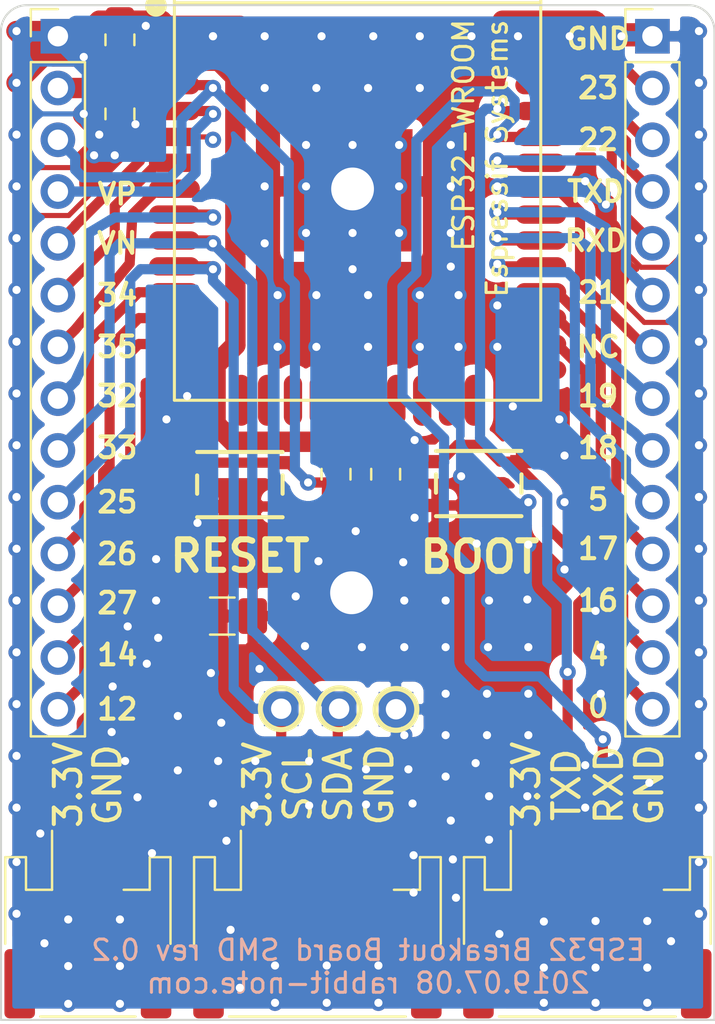
<source format=kicad_pcb>
(kicad_pcb (version 20171130) (host pcbnew "(5.1.2)-1")
  (title_block (date 2019-06-01))
  (layers (0 F.Cu signal hide) (31 B.Cu signal) (34 B.Paste user) (35 F.Paste user) (36 B.SilkS user) (37 F.SilkS user) (38 B.Mask user) (39 F.Mask user) (44 Edge.Cuts user))
  (net 0 "")
  (net 1 +3V3)
  (net 2 GND)
  (net 3 "Net-(C4-Pad1)")
  (net 4 "Net-(J1-Pad13)")
  (net 5 "Net-(J1-Pad12)")
  (net 6 "Net-(J1-Pad11)")
  (net 7 "Net-(J1-Pad10)")
  (net 8 "Net-(J1-Pad9)")
  (net 9 "Net-(J1-Pad8)")
  (net 10 "Net-(J1-Pad7)")
  (net 11 "Net-(J1-Pad6)")
  (net 12 "Net-(J1-Pad5)")
  (net 13 "Net-(J1-Pad4)")
  (net 14 "Net-(J2-Pad2)")
  (net 15 "Net-(J2-Pad3)")
  (net 16 "Net-(J2-Pad4)")
  (net 17 "Net-(J2-Pad5)")
  (net 18 "Net-(J2-Pad6)")
  (net 19 "Net-(J2-Pad7)")
  (net 20 "Net-(J2-Pad8)")
  (net 21 "Net-(J2-Pad9)")
  (net 22 "Net-(J2-Pad10)")
  (net 23 "Net-(J2-Pad11)")
  (net 24 "Net-(J2-Pad12)")
  (net 25 "Net-(J2-Pad13)")
  (net 26 "Net-(U1-Pad24)")
  (net 27 "Net-(U1-Pad23)")
  (net 28 "Net-(U1-Pad22)")
  (net 29 "Net-(U1-Pad21)")
  (net 30 "Net-(U1-Pad20)")
  (net 31 "Net-(U1-Pad19)")
  (net 32 "Net-(U1-Pad18)")
  (net 33 "Net-(U1-Pad17)")
  (net 34 "Net-(U1-Pad16)")
  (net 35 "Net-(U1-Pad15)")
  (net 36 "Net-(J2-Pad14)")
  (net 37 "Net-(J1-Pad14)")
  (module Capacitor_SMD:C_0805_2012Metric_Pad1.15x1.40mm_HandSolder (layer F.Cu) (at 152.654 95.4255 90)
    (fp_text reference C2)
    (fp_text value 0.1u)
    (pad 2 smd roundrect (at 1.025 0 90) (size 1.15 1.4) (layers F.Cu F.Paste F.Mask) (roundrect_rratio 0.217391) (net 2 GND))
    (pad 1 smd roundrect (at -1.025 0 90) (size 1.15 1.4) (layers F.Cu F.Paste F.Mask) (roundrect_rratio 0.217391) (net 1 +3V3))
  )
  (module Resistor_SMD:R_0805_2012Metric_Pad1.15x1.40mm_HandSolder (layer F.Cu) (at 163.2712 116.7384 270)
    (fp_text reference R1)
    (fp_text value 10k)
    (pad 2 smd roundrect (at 1.025 0 270) (size 1.15 1.4) (layers F.Cu F.Paste F.Mask) (roundrect_rratio 0.217391) (net 3 "Net-(C4-Pad1)"))
    (pad 1 smd roundrect (at -1.025 0 270) (size 1.15 1.4) (layers F.Cu F.Paste F.Mask) (roundrect_rratio 0.217391) (net 1 +3V3))
  )
  (module Capacitor_SMD:C_0805_2012Metric_Pad1.15x1.40mm_HandSolder (layer F.Cu) (at 165.7096 116.7384 90)
    (fp_text reference C4)
    (fp_text value 0.1u)
    (pad 2 smd roundrect (at 1.025 0 90) (size 1.15 1.4) (layers F.Cu F.Paste F.Mask) (roundrect_rratio 0.217391) (net 2 GND))
    (pad 1 smd roundrect (at -1.025 0 90) (size 1.15 1.4) (layers F.Cu F.Paste F.Mask) (roundrect_rratio 0.217391) (net 3 "Net-(C4-Pad1)"))
  )
  (module Capacitor_SMD:C_0805_2012Metric_Pad1.15x1.40mm_HandSolder (layer F.Cu) (at 152.654 99.06 270)
    (fp_text reference C1)
    (fp_text value 10u)
    (pad 2 smd roundrect (at 1.025 0 270) (size 1.15 1.4) (layers F.Cu F.Paste F.Mask) (roundrect_rratio 0.217391) (net 2 GND))
    (pad 1 smd roundrect (at -1.025 0 270) (size 1.15 1.4) (layers F.Cu F.Paste F.Mask) (roundrect_rratio 0.217391) (net 1 +3V3))
  )
  (module Capacitor_SMD:C_1206_3216Metric_Pad1.42x1.75mm_HandSolder (layer F.Cu) (at 157.6832 123.698)
    (fp_text reference C3)
    (fp_text value 47u)
    (pad 2 smd roundrect (at 1.4875 0) (size 1.425 1.75) (layers F.Cu F.Paste F.Mask) (roundrect_rratio 0.175439) (net 2 GND))
    (pad 1 smd roundrect (at -1.4875 0) (size 1.425 1.75) (layers F.Cu F.Paste F.Mask) (roundrect_rratio 0.175439) (net 1 +3V3))
  )
  (module Connector_PinHeader_2.54mm:PinHeader_1x01_P2.54mm_Vertical (layer F.Cu) (at 166.2176 128.27 90)
    (fp_text reference REF**)
    (fp_text value PinHeader_1x01_P2.54mm_Vertical)
    (pad 1 thru_hole rect (at 0 0 90) (size 1.7 1.7) (drill 1) (layers *.Cu *.Mask) (net 2 GND))
  )
  (module Connector_PinHeader_2.54mm:PinHeader_1x01_P2.54mm_Vertical (layer F.Cu) (at 163.4236 128.2446 90)
    (fp_text reference REF**)
    (fp_text value PinHeader_1x01_P2.54mm_Vertical)
    (pad 1 thru_hole rect (at 0 0 90) (size 1.7 1.7) (drill 1) (layers *.Cu *.Mask) (net 8 "Net-(J1-Pad9)"))
  )
  (module Connector_PinHeader_2.54mm:PinHeader_1x01_P2.54mm_Vertical (layer F.Cu) (at 160.5788 128.2446 90)
    (fp_text reference REF**)
    (fp_text value PinHeader_1x01_P2.54mm_Vertical)
    (pad 1 thru_hole rect (at 0 0 90) (size 1.7 1.7) (drill 1) (layers *.Cu *.Mask) (net 7 "Net-(J1-Pad10)"))
  )
  (module Connector_JST:JST_PH_S4B-PH-SM4-TB_1x04-1MP_P2.00mm_Horizontal (layer F.Cu) (at 175.6184 138.8364)
    (fp_text reference J4)
    (fp_text value Conn_01x04_Male)
    (pad MP smd roundrect (at 5.35 2.9) (size 1.5 3.4) (layers F.Cu F.Paste F.Mask) (roundrect_rratio 0.166667))
    (pad MP smd roundrect (at -5.35 2.9) (size 1.5 3.4) (layers F.Cu F.Paste F.Mask) (roundrect_rratio 0.166667))
    (pad 4 smd roundrect (at 3 -2.85) (size 1 3.5) (layers F.Cu F.Paste F.Mask) (net 2 GND))
    (pad 3 smd roundrect (at 1 -2.85) (size 1 3.5) (layers F.Cu F.Paste F.Mask) (net 17 "Net-(J2-Pad5)"))
    (pad 2 smd roundrect (at -1 -2.85) (size 1 3.5) (layers F.Cu F.Paste F.Mask) (net 16 "Net-(J2-Pad4)"))
    (pad 1 smd roundrect (at -3 -2.85) (size 1 3.5) (layers F.Cu F.Paste F.Mask) (net 1 +3V3))
  )
  (module Connector_PinHeader_2.54mm:PinHeader_1x14_P2.54mm_Vertical (layer F.Cu) (at 149.606 95.25)
    (fp_text reference J1)
    (fp_text value Conn_01x14)
    (pad 14 thru_hole oval (at 0 33.02) (size 1.7 1.7) (drill 1) (layers *.Cu *.Mask) (net 37 "Net-(J1-Pad14)"))
    (pad 13 thru_hole oval (at 0 30.48) (size 1.7 1.7) (drill 1) (layers *.Cu *.Mask) (net 4 "Net-(J1-Pad13)"))
    (pad 12 thru_hole oval (at 0 27.94) (size 1.7 1.7) (drill 1) (layers *.Cu *.Mask) (net 5 "Net-(J1-Pad12)"))
    (pad 11 thru_hole oval (at 0 25.4) (size 1.7 1.7) (drill 1) (layers *.Cu *.Mask) (net 6 "Net-(J1-Pad11)"))
    (pad 10 thru_hole oval (at 0 22.86) (size 1.7 1.7) (drill 1) (layers *.Cu *.Mask) (net 7 "Net-(J1-Pad10)"))
    (pad 9 thru_hole oval (at 0 20.32) (size 1.7 1.7) (drill 1) (layers *.Cu *.Mask) (net 8 "Net-(J1-Pad9)"))
    (pad 8 thru_hole oval (at 0 17.78) (size 1.7 1.7) (drill 1) (layers *.Cu *.Mask) (net 9 "Net-(J1-Pad8)"))
    (pad 7 thru_hole oval (at 0 15.24) (size 1.7 1.7) (drill 1) (layers *.Cu *.Mask) (net 10 "Net-(J1-Pad7)"))
    (pad 6 thru_hole oval (at 0 12.7) (size 1.7 1.7) (drill 1) (layers *.Cu *.Mask) (net 11 "Net-(J1-Pad6)"))
    (pad 5 thru_hole oval (at 0 10.16) (size 1.7 1.7) (drill 1) (layers *.Cu *.Mask) (net 12 "Net-(J1-Pad5)"))
    (pad 4 thru_hole oval (at 0 7.62) (size 1.7 1.7) (drill 1) (layers *.Cu *.Mask) (net 13 "Net-(J1-Pad4)"))
    (pad 3 thru_hole oval (at 0 5.08) (size 1.7 1.7) (drill 1) (layers *.Cu *.Mask) (net 3 "Net-(C4-Pad1)"))
    (pad 2 thru_hole oval (at 0 2.54) (size 1.7 1.7) (drill 1) (layers *.Cu *.Mask) (net 1 +3V3))
    (pad 1 thru_hole rect (at 0 0) (size 1.7 1.7) (drill 1) (layers *.Cu *.Mask) (net 2 GND))
  )
  (module Connector_PinHeader_2.54mm:PinHeader_1x14_P2.54mm_Vertical (layer F.Cu) (at 178.816 95.25)
    (fp_text reference J2)
    (fp_text value Conn_01x14)
    (pad 14 thru_hole oval (at 0 33.02) (size 1.7 1.7) (drill 1) (layers *.Cu *.Mask) (net 36 "Net-(J2-Pad14)"))
    (pad 13 thru_hole oval (at 0 30.48) (size 1.7 1.7) (drill 1) (layers *.Cu *.Mask) (net 25 "Net-(J2-Pad13)"))
    (pad 12 thru_hole oval (at 0 27.94) (size 1.7 1.7) (drill 1) (layers *.Cu *.Mask) (net 24 "Net-(J2-Pad12)"))
    (pad 11 thru_hole oval (at 0 25.4) (size 1.7 1.7) (drill 1) (layers *.Cu *.Mask) (net 23 "Net-(J2-Pad11)"))
    (pad 10 thru_hole oval (at 0 22.86) (size 1.7 1.7) (drill 1) (layers *.Cu *.Mask) (net 22 "Net-(J2-Pad10)"))
    (pad 9 thru_hole oval (at 0 20.32) (size 1.7 1.7) (drill 1) (layers *.Cu *.Mask) (net 21 "Net-(J2-Pad9)"))
    (pad 8 thru_hole oval (at 0 17.78) (size 1.7 1.7) (drill 1) (layers *.Cu *.Mask) (net 20 "Net-(J2-Pad8)"))
    (pad 7 thru_hole oval (at 0 15.24) (size 1.7 1.7) (drill 1) (layers *.Cu *.Mask) (net 19 "Net-(J2-Pad7)"))
    (pad 6 thru_hole oval (at 0 12.7) (size 1.7 1.7) (drill 1) (layers *.Cu *.Mask) (net 18 "Net-(J2-Pad6)"))
    (pad 5 thru_hole oval (at 0 10.16) (size 1.7 1.7) (drill 1) (layers *.Cu *.Mask) (net 17 "Net-(J2-Pad5)"))
    (pad 4 thru_hole oval (at 0 7.62) (size 1.7 1.7) (drill 1) (layers *.Cu *.Mask) (net 16 "Net-(J2-Pad4)"))
    (pad 3 thru_hole oval (at 0 5.08) (size 1.7 1.7) (drill 1) (layers *.Cu *.Mask) (net 15 "Net-(J2-Pad3)"))
    (pad 2 thru_hole oval (at 0 2.54) (size 1.7 1.7) (drill 1) (layers *.Cu *.Mask) (net 14 "Net-(J2-Pad2)"))
    (pad 1 thru_hole rect (at 0 0) (size 1.7 1.7) (drill 1) (layers *.Cu *.Mask) (net 2 GND))
  )
  (module ESP32:ESP32-WROOM (layer F.Cu) (at 164.33 100.36 180)
    (fp_text reference U1)
    (fp_text value ESP32-WROOM)
    (fp_text user "Espressif Systems" (at -6.858 -0.889 90) (layer F.SilkS))
    (fp_text user ESP32-WROOM (at -5.207 0.254 90) (layer F.SilkS))
    (pad 38 smd oval (at -9 5.25 180) (size 2.5 0.9) (layers F.Cu F.Paste F.Mask) (net 2 GND))
    (pad 37 smd oval (at -9 3.98 180) (size 2.5 0.9) (layers F.Cu F.Paste F.Mask) (net 14 "Net-(J2-Pad2)"))
    (pad 36 smd oval (at -9 2.71 180) (size 2.5 0.9) (layers F.Cu F.Paste F.Mask) (net 15 "Net-(J2-Pad3)"))
    (pad 35 smd oval (at -9 1.44 180) (size 2.5 0.9) (layers F.Cu F.Paste F.Mask) (net 16 "Net-(J2-Pad4)"))
    (pad 34 smd oval (at -9 0.17 180) (size 2.5 0.9) (layers F.Cu F.Paste F.Mask) (net 17 "Net-(J2-Pad5)"))
    (pad 33 smd oval (at -9 -1.1 180) (size 2.5 0.9) (layers F.Cu F.Paste F.Mask) (net 18 "Net-(J2-Pad6)"))
    (pad 32 smd oval (at -9 -2.37 180) (size 2.5 0.9) (layers F.Cu F.Paste F.Mask) (net 19 "Net-(J2-Pad7)"))
    (pad 31 smd oval (at -9 -3.64 180) (size 2.5 0.9) (layers F.Cu F.Paste F.Mask) (net 20 "Net-(J2-Pad8)"))
    (pad 30 smd oval (at -9 -4.91 180) (size 2.5 0.9) (layers F.Cu F.Paste F.Mask) (net 21 "Net-(J2-Pad9)"))
    (pad 29 smd oval (at -9 -6.18 180) (size 2.5 0.9) (layers F.Cu F.Paste F.Mask) (net 22 "Net-(J2-Pad10)"))
    (pad 28 smd oval (at -9 -7.45 180) (size 2.5 0.9) (layers F.Cu F.Paste F.Mask) (net 23 "Net-(J2-Pad11)"))
    (pad 27 smd oval (at -9 -8.72 180) (size 2.5 0.9) (layers F.Cu F.Paste F.Mask) (net 24 "Net-(J2-Pad12)"))
    (pad 26 smd oval (at -9 -9.99 180) (size 2.5 0.9) (layers F.Cu F.Paste F.Mask) (net 25 "Net-(J2-Pad13)"))
    (pad 25 smd oval (at -9 -11.26 180) (size 2.5 0.9) (layers F.Cu F.Paste F.Mask) (net 36 "Net-(J2-Pad14)"))
    (pad 24 smd oval (at -5.715 -12.75 180) (size 0.9 2.5) (layers F.Cu F.Paste F.Mask) (net 26 "Net-(U1-Pad24)"))
    (pad 23 smd oval (at -4.445 -12.75 180) (size 0.9 2.5) (layers F.Cu F.Paste F.Mask) (net 27 "Net-(U1-Pad23)"))
    (pad 22 smd oval (at -3.175 -12.75 180) (size 0.9 2.5) (layers F.Cu F.Paste F.Mask) (net 28 "Net-(U1-Pad22)"))
    (pad 21 smd oval (at -1.905 -12.75 180) (size 0.9 2.5) (layers F.Cu F.Paste F.Mask) (net 29 "Net-(U1-Pad21)"))
    (pad 20 smd oval (at -0.635 -12.75 180) (size 0.9 2.5) (layers F.Cu F.Paste F.Mask) (net 30 "Net-(U1-Pad20)"))
    (pad 19 smd oval (at 0.635 -12.75 180) (size 0.9 2.5) (layers F.Cu F.Paste F.Mask) (net 31 "Net-(U1-Pad19)"))
    (pad 18 smd oval (at 1.905 -12.75 180) (size 0.9 2.5) (layers F.Cu F.Paste F.Mask) (net 32 "Net-(U1-Pad18)"))
    (pad 17 smd oval (at 3.175 -12.75 180) (size 0.9 2.5) (layers F.Cu F.Paste F.Mask) (net 33 "Net-(U1-Pad17)"))
    (pad 16 smd oval (at 4.445 -12.75 180) (size 0.9 2.5) (layers F.Cu F.Paste F.Mask) (net 34 "Net-(U1-Pad16)"))
    (pad 15 smd oval (at 5.715 -12.75 180) (size 0.9 2.5) (layers F.Cu F.Paste F.Mask) (net 35 "Net-(U1-Pad15)"))
    (pad 14 smd oval (at 9 -11.26 180) (size 2.5 0.9) (layers F.Cu F.Paste F.Mask) (net 37 "Net-(J1-Pad14)"))
    (pad 13 smd oval (at 9 -9.99 180) (size 2.5 0.9) (layers F.Cu F.Paste F.Mask) (net 4 "Net-(J1-Pad13)"))
    (pad 12 smd oval (at 9 -8.72 180) (size 2.5 0.9) (layers F.Cu F.Paste F.Mask) (net 5 "Net-(J1-Pad12)"))
    (pad 11 smd oval (at 9 -7.45 180) (size 2.5 0.9) (layers F.Cu F.Paste F.Mask) (net 6 "Net-(J1-Pad11)"))
    (pad 10 smd oval (at 9 -6.18 180) (size 2.5 0.9) (layers F.Cu F.Paste F.Mask) (net 7 "Net-(J1-Pad10)"))
    (pad 9 smd oval (at 9 -4.91 180) (size 2.5 0.9) (layers F.Cu F.Paste F.Mask) (net 8 "Net-(J1-Pad9)"))
    (pad 8 smd oval (at 9 -3.64 180) (size 2.5 0.9) (layers F.Cu F.Paste F.Mask) (net 9 "Net-(J1-Pad8)"))
    (pad 7 smd oval (at 9 -2.37 180) (size 2.5 0.9) (layers F.Cu F.Paste F.Mask) (net 10 "Net-(J1-Pad7)"))
    (pad 6 smd oval (at 9 -1.1 180) (size 2.5 0.9) (layers F.Cu F.Paste F.Mask) (net 11 "Net-(J1-Pad6)"))
    (pad 5 smd oval (at 9 0.17 180) (size 2.5 0.9) (layers F.Cu F.Paste F.Mask) (net 12 "Net-(J1-Pad5)"))
    (pad 4 smd oval (at 9 1.44 180) (size 2.5 0.9) (layers F.Cu F.Paste F.Mask) (net 13 "Net-(J1-Pad4)"))
    (pad 3 smd oval (at 9 2.71 180) (size 2.5 0.9) (layers F.Cu F.Paste F.Mask) (net 3 "Net-(C4-Pad1)"))
    (pad 2 smd oval (at 9 3.98 180) (size 2.5 0.9) (layers F.Cu F.Paste F.Mask) (net 1 +3V3))
    (pad 1 smd oval (at 9 5.25 180) (size 2.5 0.9) (layers F.Cu F.Paste F.Mask) (net 2 GND))
    (pad 39 smd rect (at 0.3 -2.45 180) (size 6 6) (layers F.Cu F.Paste F.Mask) (net 2 GND))
  )
  (module AKIZUKI:SKRPACE010 (layer F.Cu) (at 158.5468 117.2464 180)
    (fp_text reference SW1)
    (fp_text value RESET (at 0 -3.5052) (layer F.SilkS) (effects (font (size 1.5 1.5) (thickness 0.3))))
    (pad 1 smd rect (at -2.075 -1.075 180) (size 1.05 0.65) (layers F.Cu F.Paste F.Mask) (net 2 GND))
    (pad 2 smd rect (at 2.075 -1.075 180) (size 1.05 0.65) (layers F.Cu F.Paste F.Mask) (net 2 GND))
    (pad 3 smd rect (at -2.075 1.075 180) (size 1.05 0.65) (layers F.Cu F.Paste F.Mask) (net 3 "Net-(C4-Pad1)"))
    (pad 4 smd rect (at 2.075 1.075 180) (size 1.05 0.65) (layers F.Cu F.Paste F.Mask) (net 3 "Net-(C4-Pad1)"))
  )
  (module AKIZUKI:SKRPACE010 (layer F.Cu) (at 170.2816 117.1956 180)
    (fp_text reference SW2)
    (fp_text value BOOT (at -0.0508 -3.6068) (layer F.SilkS) (effects (font (size 1.5 1.5) (thickness 0.3))))
    (pad 4 smd rect (at 2.075 1.075 180) (size 1.05 0.65) (layers F.Cu F.Paste F.Mask) (net 36 "Net-(J2-Pad14)"))
    (pad 3 smd rect (at -2.075 1.075 180) (size 1.05 0.65) (layers F.Cu F.Paste F.Mask) (net 36 "Net-(J2-Pad14)"))
    (pad 2 smd rect (at 2.075 -1.075 180) (size 1.05 0.65) (layers F.Cu F.Paste F.Mask) (net 2 GND))
    (pad 1 smd rect (at -2.075 -1.075 180) (size 1.05 0.65) (layers F.Cu F.Paste F.Mask) (net 2 GND))
  )
  (module Connector_JST:JST_PH_S2B-PH-SM4-TB_1x02-1MP_P2.00mm_Horizontal (layer F.Cu) (at 151.0792 138.8364)
    (fp_text reference J3)
    (fp_text value Conn_01x02_Male)
    (pad 1 smd roundrect (at -1 -2.85) (size 1 3.5) (layers F.Cu F.Paste F.Mask) (net 1 +3V3))
    (pad 2 smd roundrect (at 1 -2.85) (size 1 3.5) (layers F.Cu F.Paste F.Mask) (net 2 GND))
    (pad MP smd roundrect (at -3.35 2.9) (size 1.5 3.4) (layers F.Cu F.Paste F.Mask) (roundrect_rratio 0.166667))
    (pad MP smd roundrect (at 3.35 2.9) (size 1.5 3.4) (layers F.Cu F.Paste F.Mask) (roundrect_rratio 0.166667))
  )
  (module Connector_JST:JST_PH_S4B-PH-SM4-TB_1x04-1MP_P2.00mm_Horizontal (layer F.Cu) (at 162.3568 138.8364)
    (fp_text reference J5)
    (fp_text value Conn_01x04_Male)
    (pad 1 smd roundrect (at -3 -2.85) (size 1 3.5) (layers F.Cu F.Paste F.Mask) (net 1 +3V3))
    (pad 2 smd roundrect (at -1 -2.85) (size 1 3.5) (layers F.Cu F.Paste F.Mask) (net 7 "Net-(J1-Pad10)"))
    (pad 3 smd roundrect (at 1 -2.85) (size 1 3.5) (layers F.Cu F.Paste F.Mask) (net 8 "Net-(J1-Pad9)"))
    (pad 4 smd roundrect (at 3 -2.85) (size 1 3.5) (layers F.Cu F.Paste F.Mask) (net 2 GND))
    (pad MP smd roundrect (at -5.35 2.9) (size 1.5 3.4) (layers F.Cu F.Paste F.Mask) (roundrect_rratio 0.166667))
    (pad MP smd roundrect (at 5.35 2.9) (size 1.5 3.4) (layers F.Cu F.Paste F.Mask) (roundrect_rratio 0.166667))
  )
  (gr_text GND (at 178.6636 131.9784 90) (layer F.SilkS) (effects (font (size 1.3 1.3) (thickness 0.2))))
  (gr_text RXD (at 176.6824 131.9784 90) (layer F.SilkS) (effects (font (size 1.3 1.3) (thickness 0.2))))
  (gr_text TXD (at 174.5996 131.9784 90) (layer F.SilkS) (effects (font (size 1.3 1.3) (thickness 0.2))))
  (gr_text 3.3V (at 172.6184 131.9784 90) (layer F.SilkS) (effects (font (size 1.3 1.3) (thickness 0.2))))
  (gr_text GND (at 165.4048 131.9784 90) (layer F.SilkS) (effects (font (size 1.3 1.3) (thickness 0.2))))
  (gr_text SDA (at 163.3728 131.9784 90) (layer F.SilkS) (effects (font (size 1.3 1.3) (thickness 0.2))))
  (gr_text SCL (at 161.3916 131.9784 90) (layer F.SilkS) (effects (font (size 1.3 1.3) (thickness 0.2))))
  (gr_text 3.3V (at 159.4104 131.9784 90) (layer F.SilkS) (effects (font (size 1.3 1.3) (thickness 0.2))))
  (gr_text GND (at 152.0444 131.9784 90) (layer F.SilkS) (effects (font (size 1.3 1.3) (thickness 0.2))))
  (gr_text 14 (at 152.527 125.603) (layer F.SilkS) (effects (font (size 1.016 1.016) (thickness 0.2032))))
  (gr_text 26 (at 152.527 120.65) (layer F.SilkS) (effects (font (size 1.016 1.016) (thickness 0.2032))))
  (gr_text 27 (at 152.527 123.063) (layer F.SilkS) (effects (font (size 1.016 1.016) (thickness 0.2032))))
  (gr_text 12 (at 152.527 128.27) (layer F.SilkS) (effects (font (size 1.016 1.016) (thickness 0.2032))))
  (gr_text 32 (at 152.527 112.903) (layer F.SilkS) (effects (font (size 1.016 1.016) (thickness 0.2032))))
  (gr_text VN (at 152.527 105.41) (layer F.SilkS) (effects (font (size 1.016 1.016) (thickness 0.2032))))
  (gr_text VP (at 152.527 102.997) (layer F.SilkS) (effects (font (size 1.016 1.016) (thickness 0.2032))))
  (gr_text 34 (at 152.527 107.95) (layer F.SilkS) (effects (font (size 1.016 1.016) (thickness 0.2032))))
  (gr_text 35 (at 152.527 110.49) (layer F.SilkS) (effects (font (size 1.016 1.016) (thickness 0.2032))))
  (gr_text 25 (at 152.527 118.11) (layer F.SilkS) (effects (font (size 1.016 1.016) (thickness 0.2032))))
  (gr_text 33 (at 152.527 115.443) (layer F.SilkS) (effects (font (size 1.016 1.016) (thickness 0.2032))))
  (gr_text 4 (at 176.149 125.603) (layer F.SilkS) (effects (font (size 1.016 1.016) (thickness 0.2032))))
  (gr_text 0 (at 176.149 128.143) (layer F.SilkS) (effects (font (size 1.016 1.016) (thickness 0.2032))))
  (gr_text 19 (at 176.149 112.903) (layer F.SilkS) (effects (font (size 1.016 1.016) (thickness 0.2032))))
  (gr_text NC (at 176.149 110.49) (layer F.SilkS) (effects (font (size 1.016 1.016) (thickness 0.2032))))
  (gr_text 16 (at 176.149 122.936) (layer F.SilkS) (effects (font (size 1.016 1.016) (thickness 0.2032))))
  (gr_text 17 (at 176.149 120.396) (layer F.SilkS) (effects (font (size 1.016 1.016) (thickness 0.2032))))
  (gr_text 5 (at 176.149 117.983) (layer F.SilkS) (effects (font (size 1.016 1.016) (thickness 0.2032))))
  (gr_text 18 (at 176.149 115.443) (layer F.SilkS) (effects (font (size 1.016 1.016) (thickness 0.2032))))
  (gr_text RXD (at 176.022 105.283) (layer F.SilkS) (effects (font (size 1.016 1.016) (thickness 0.2032))))
  (gr_text TXD (at 176.022 102.87) (layer F.SilkS) (effects (font (size 1.016 1.016) (thickness 0.2032))))
  (gr_text 21 (at 176.149 107.823) (layer F.SilkS) (effects (font (size 1.016 1.016) (thickness 0.2032))))
  (gr_text 22 (at 176.149 100.33) (layer F.SilkS) (effects (font (size 1.016 1.016) (thickness 0.2032))))
  (gr_text 23 (at 176.149 97.79) (layer F.SilkS) (effects (font (size 1.016 1.016) (thickness 0.2032))))
  (gr_text GND (at 176.149 95.377) (layer F.SilkS) (effects (font (size 1.016 1.016) (thickness 0.2032))))
  (gr_arc (start 180.594 94.996) (end 181.864 94.996) (angle -90) (layer Edge.Cuts) (width 0.1))
  (gr_arc (start 148.082 94.996) (end 148.082 93.726) (angle -90) (layer Edge.Cuts) (width 0.1))
  (gr_circle (center 166.2176 128.277906) (end 167.2336 128.404906) (layer F.SilkS) (width 0.254))
  (gr_circle (center 160.5788 128.2446) (end 161.5948 128.3716) (layer F.SilkS) (width 0.254))
  (gr_circle (center 163.4236 128.2446) (end 164.4396 128.3716) (layer F.SilkS) (width 0.254))
  (gr_text "ESP32 Breakout Board SMD rev 0.2\n2019.07.08 rabbit-note.com" (at 164.846 140.8938) (layer B.SilkS) (effects (font (size 1 1)) (justify mirror)))
  (gr_text 3.3V (at 150.114 131.9784 90) (layer F.SilkS) (effects (font (size 1.3 1.3) (thickness 0.2))))
  (gr_line (start 181.864 94.996) (end 181.864 143.51) (layer Edge.Cuts) (width 0.1))
  (gr_line (start 148.082 93.726) (end 180.594 93.726) (layer Edge.Cuts) (width 0.1))
  (gr_line (start 146.812 143.51) (end 146.812 94.996) (layer Edge.Cuts) (width 0.1))
  (gr_line (start 181.864 143.51) (end 146.812 143.51) (layer Edge.Cuts) (width 0.1))
  (via (at 147.574 133.096) (size 0.8) (drill 0.4) (layers F.Cu B.Cu) (net 2))
  (segment (start 155.313 96.363) (end 155.33 96.38) (width 1) (layer F.Cu) (net 1))
  (segment (start 152.654 96.363) (end 155.313 96.363) (width 1) (layer F.Cu) (net 1))
  (segment (start 151.227 97.79) (end 149.606 97.79) (width 1) (layer F.Cu) (net 1))
  (segment (start 152.654 96.363) (end 152.654 98.1225) (width 1) (layer F.Cu) (net 1))
  (segment (start 151.5595 98.1225) (end 152.654 98.1225) (width 1) (layer F.Cu) (net 1))
  (segment (start 151.227 97.79) (end 151.5595 98.1225) (width 1) (layer F.Cu) (net 1))
  (segment (start 158.326001 97.261999) (end 158.326001 110.405999) (width 1) (layer F.Cu) (net 1))
  (segment (start 157.514011 96.450009) (end 158.326001 97.261999) (width 1) (layer F.Cu) (net 1))
  (segment (start 155.400009 96.450009) (end 157.514011 96.450009) (width 1) (layer F.Cu) (net 1))
  (segment (start 155.33 96.38) (end 155.400009 96.450009) (width 1) (layer F.Cu) (net 1))
  (segment (start 158.326001 110.405999) (end 157.353 111.379) (width 1) (layer F.Cu) (net 1))
  (segment (start 162.714963 115.244663) (end 163.2712 115.8009) (width 1) (layer F.Cu) (net 1))
  (segment (start 162.616699 115.146399) (end 162.714963 115.244663) (width 1) (layer F.Cu) (net 1))
  (segment (start 158.22504 115.146399) (end 162.616699 115.146399) (width 1) (layer F.Cu) (net 1))
  (segment (start 157.353 114.274359) (end 158.22504 115.146399) (width 1) (layer F.Cu) (net 1))
  (segment (start 157.353 111.379) (end 157.353 114.274359) (width 1) (layer F.Cu) (net 1))
  (segment (start 154.87401 119.49679) (end 156.2832 120.90598) (width 1) (layer F.Cu) (net 1))
  (segment (start 155.386799 115.146399) (end 154.87401 115.659188) (width 1) (layer F.Cu) (net 1))
  (segment (start 154.87401 115.659188) (end 154.87401 119.49679) (width 1) (layer F.Cu) (net 1))
  (segment (start 156.430401 115.146399) (end 155.386799 115.146399) (width 1) (layer F.Cu) (net 1))
  (segment (start 157.302441 114.274359) (end 156.430401 115.146399) (width 1) (layer F.Cu) (net 1))
  (segment (start 157.353 114.274359) (end 157.302441 114.274359) (width 1) (layer F.Cu) (net 1))
  (segment (start 156.2832 120.90598) (end 156.2832 123.698) (width 1) (layer F.Cu) (net 1))
  (segment (start 151.0284 133.3904) (end 150.0792 134.3396) (width 1) (layer F.Cu) (net 1))
  (segment (start 151.719599 128.287599) (end 151.0284 128.978798) (width 1) (layer F.Cu) (net 1))
  (segment (start 153.350003 128.287599) (end 151.719599 128.287599) (width 1) (layer F.Cu) (net 1))
  (segment (start 156.2832 125.354402) (end 153.350003 128.287599) (width 1) (layer F.Cu) (net 1))
  (segment (start 156.2832 123.698) (end 156.2832 125.354402) (width 1) (layer F.Cu) (net 1))
  (segment (start 150.0792 134.3396) (end 150.67921 133.73959) (width 1) (layer F.Cu) (net 1))
  (segment (start 150.0792 136.1896) (end 150.0792 134.3396) (width 1) (layer F.Cu) (net 1))
  (segment (start 151.0284 128.978798) (end 151.0284 133.3904) (width 1) (layer F.Cu) (net 1))
  (segment (start 169.5144 139.2936) (end 172.04769 136.76031) (width 1) (layer F.Cu) (net 1))
  (segment (start 160.6108 139.2936) (end 169.5144 139.2936) (width 1) (layer F.Cu) (net 1))
  (segment (start 159.3568 138.0396) (end 160.6108 139.2936) (width 1) (layer F.Cu) (net 1))
  (segment (start 151.0284 133.3904) (end 152.691998 133.3904) (width 1) (layer F.Cu) (net 1))
  (segment (start 152.691998 133.3904) (end 153.294399 133.992801) (width 1) (layer F.Cu) (net 1))
  (segment (start 172.04769 136.76031) (end 172.6184 136.1896) (width 1) (layer F.Cu) (net 1))
  (segment (start 155.072399 133.992801) (end 157.269198 136.1896) (width 1) (layer F.Cu) (net 1))
  (segment (start 153.294399 133.992801) (end 155.072399 133.992801) (width 1) (layer F.Cu) (net 1))
  (segment (start 157.269198 136.1896) (end 159.3568 136.1896) (width 1) (layer F.Cu) (net 1))
  (segment (start 159.3568 136.1896) (end 159.3568 138.0396) (width 1) (layer F.Cu) (net 1))
  (via (at 166.624 125.222) (size 0.8) (drill 0.4) (layers F.Cu B.Cu) (net 2))
  (via (at 164.5412 125.222) (size 0.8) (drill 0.4) (layers F.Cu B.Cu) (net 2))
  (via (at 164.0332 122.555) (size 2.2) (drill 2.1) (layers F.Cu B.Cu) (net 2))
  (via (at 168.656 131.572) (size 0.8) (drill 0.4) (layers F.Cu B.Cu) (net 2))
  (via (at 164.084 102.743) (size 2.2) (drill 2.1) (layers F.Cu B.Cu) (net 2))
  (via (at 166.37 100.584) (size 0.8) (drill 0.4) (layers F.Cu B.Cu) (net 2))
  (via (at 166.37 102.616) (size 0.8) (drill 0.4) (layers F.Cu B.Cu) (net 2))
  (via (at 164.846 107.95) (size 0.8) (drill 0.4) (layers F.Cu B.Cu) (net 2))
  (via (at 166.37 104.902) (size 0.8) (drill 0.4) (layers F.Cu B.Cu) (net 2))
  (via (at 164.846 110.49) (size 0.8) (drill 0.4) (layers F.Cu B.Cu) (net 2))
  (via (at 153.924 94.742) (size 0.8) (drill 0.4) (layers F.Cu B.Cu) (net 2))
  (via (at 167.386 107.95) (size 0.8) (drill 0.4) (layers F.Cu B.Cu) (net 2))
  (via (at 162.306 107.95) (size 0.8) (drill 0.4) (layers F.Cu B.Cu) (net 2))
  (via (at 159.766 95.25) (size 0.8) (drill 0.4) (layers F.Cu B.Cu) (net 2))
  (via (at 167.386 95.25) (size 0.8) (drill 0.4) (layers F.Cu B.Cu) (net 2))
  (via (at 169.926 95.25) (size 0.8) (drill 0.4) (layers F.Cu B.Cu) (net 2))
  (via (at 162.306 110.49) (size 0.8) (drill 0.4) (layers F.Cu B.Cu) (net 2))
  (via (at 159.766 97.79) (size 0.8) (drill 0.4) (layers F.Cu B.Cu) (net 2))
  (via (at 162.306 97.79) (size 0.8) (drill 0.4) (layers F.Cu B.Cu) (net 2))
  (via (at 164.846 97.79) (size 0.8) (drill 0.4) (layers F.Cu B.Cu) (net 2))
  (via (at 167.386 97.79) (size 0.8) (drill 0.4) (layers F.Cu B.Cu) (net 2))
  (via (at 174.498 115.824) (size 0.8) (drill 0.4) (layers F.Cu B.Cu) (net 2))
  (via (at 174.498 118.11) (size 0.8) (drill 0.4) (layers F.Cu B.Cu) (net 2))
  (via (at 171.958 113.411) (size 0.8) (drill 0.4) (layers F.Cu B.Cu) (net 2))
  (via (at 171.196 108.458) (size 0.8) (drill 0.4) (layers F.Cu B.Cu) (net 2))
  (via (at 174.498 121.412) (size 0.8) (drill 0.4) (layers F.Cu B.Cu) (net 2))
  (via (at 159.766 102.616) (size 0.8) (drill 0.4) (layers F.Cu B.Cu) (net 2))
  (via (at 159.766 105.41) (size 0.8) (drill 0.4) (layers F.Cu B.Cu) (net 2))
  (via (at 160.401 107.95) (size 0.8) (drill 0.4) (layers F.Cu B.Cu) (net 2))
  (via (at 160.401 110.49) (size 0.8) (drill 0.4) (layers F.Cu B.Cu) (net 2))
  (via (at 181.102 94.996) (size 0.8) (drill 0.4) (layers F.Cu B.Cu) (net 2))
  (via (at 147.574 94.996) (size 0.8) (drill 0.4) (layers F.Cu B.Cu) (net 2))
  (via (at 181.102 97.536) (size 0.8) (drill 0.4) (layers F.Cu B.Cu) (net 2))
  (via (at 147.574 97.536) (size 0.8) (drill 0.4) (layers F.Cu B.Cu) (net 2))
  (via (at 181.102 100.076) (size 0.8) (drill 0.4) (layers F.Cu B.Cu) (net 2))
  (via (at 147.574 100.076) (size 0.8) (drill 0.4) (layers F.Cu B.Cu) (net 2))
  (via (at 181.102 102.616) (size 0.8) (drill 0.4) (layers F.Cu B.Cu) (net 2))
  (via (at 147.574 102.616) (size 0.8) (drill 0.4) (layers F.Cu B.Cu) (net 2))
  (via (at 181.102 105.156) (size 0.8) (drill 0.4) (layers F.Cu B.Cu) (net 2))
  (via (at 147.574 105.156) (size 0.8) (drill 0.4) (layers F.Cu B.Cu) (net 2))
  (via (at 181.102 107.696) (size 0.8) (drill 0.4) (layers F.Cu B.Cu) (net 2))
  (via (at 147.574 107.696) (size 0.8) (drill 0.4) (layers F.Cu B.Cu) (net 2))
  (via (at 181.102 110.236) (size 0.8) (drill 0.4) (layers F.Cu B.Cu) (net 2))
  (via (at 147.574 110.236) (size 0.8) (drill 0.4) (layers F.Cu B.Cu) (net 2))
  (via (at 181.102 112.776) (size 0.8) (drill 0.4) (layers F.Cu B.Cu) (net 2))
  (via (at 147.574 112.776) (size 0.8) (drill 0.4) (layers F.Cu B.Cu) (net 2))
  (via (at 181.102 115.316) (size 0.8) (drill 0.4) (layers F.Cu B.Cu) (net 2))
  (via (at 147.574 115.316) (size 0.8) (drill 0.4) (layers F.Cu B.Cu) (net 2))
  (via (at 181.102 117.856) (size 0.8) (drill 0.4) (layers F.Cu B.Cu) (net 2))
  (via (at 147.574 117.856) (size 0.8) (drill 0.4) (layers F.Cu B.Cu) (net 2))
  (via (at 181.102 120.396) (size 0.8) (drill 0.4) (layers F.Cu B.Cu) (net 2))
  (via (at 147.574 120.396) (size 0.8) (drill 0.4) (layers F.Cu B.Cu) (net 2))
  (via (at 181.102 122.936) (size 0.8) (drill 0.4) (layers F.Cu B.Cu) (net 2))
  (via (at 147.574 122.936) (size 0.8) (drill 0.4) (layers F.Cu B.Cu) (net 2))
  (via (at 181.102 125.476) (size 0.8) (drill 0.4) (layers F.Cu B.Cu) (net 2))
  (via (at 147.574 125.476) (size 0.8) (drill 0.4) (layers F.Cu B.Cu) (net 2))
  (via (at 181.102 128.016) (size 0.8) (drill 0.4) (layers F.Cu B.Cu) (net 2))
  (via (at 147.574 128.016) (size 0.8) (drill 0.4) (layers F.Cu B.Cu) (net 2))
  (via (at 181.102 130.556) (size 0.8) (drill 0.4) (layers F.Cu B.Cu) (net 2))
  (via (at 147.574 130.556) (size 0.8) (drill 0.4) (layers F.Cu B.Cu) (net 2))
  (via (at 181.102 135.763) (size 0.8) (drill 0.4) (layers F.Cu B.Cu) (net 2))
  (via (at 147.574 135.763) (size 0.8) (drill 0.4) (layers F.Cu B.Cu) (net 2))
  (via (at 147.574 138.303) (size 0.8) (drill 0.4) (layers F.Cu B.Cu) (net 2))
  (via (at 173.482 142.6718) (size 0.8) (drill 0.4) (layers F.Cu B.Cu) (net 2))
  (via (at 176.022 142.6718) (size 0.8) (drill 0.4) (layers F.Cu B.Cu) (net 2))
  (via (at 178.562 142.6718) (size 0.8) (drill 0.4) (layers F.Cu B.Cu) (net 2))
  (via (at 150.114 142.7226) (size 0.8) (drill 0.4) (layers F.Cu B.Cu) (net 2))
  (via (at 152.654 142.7226) (size 0.8) (drill 0.4) (layers F.Cu B.Cu) (net 2))
  (via (at 160.274 142.6718) (size 0.8) (drill 0.4) (layers F.Cu B.Cu) (net 2))
  (via (at 162.814 142.6718) (size 0.8) (drill 0.4) (layers F.Cu B.Cu) (net 2))
  (via (at 165.354 142.6718) (size 0.8) (drill 0.4) (layers F.Cu B.Cu) (net 2))
  (via (at 172.212 95.25) (size 0.8) (drill 0.4) (layers F.Cu B.Cu) (net 2))
  (via (at 174.752 95.25) (size 0.8) (drill 0.4) (layers F.Cu B.Cu) (net 2))
  (via (at 177.292 95.25) (size 0.8) (drill 0.4) (layers F.Cu B.Cu) (net 2))
  (segment (start 177.025 95.11) (end 177.165 95.25) (width 1) (layer F.Cu) (net 2))
  (segment (start 173.33 95.11) (end 177.025 95.11) (width 1) (layer F.Cu) (net 2))
  (via (at 157.226 95.25) (size 0.8) (drill 0.4) (layers F.Cu B.Cu) (net 2))
  (segment (start 154.708 94.488) (end 155.33 95.11) (width 1) (layer F.Cu) (net 2))
  (segment (start 152.654 94.488) (end 154.708 94.488) (width 1) (layer F.Cu) (net 2))
  (segment (start 157.086 95.11) (end 157.226 95.25) (width 1) (layer F.Cu) (net 2))
  (segment (start 155.33 95.11) (end 157.086 95.11) (width 1) (layer F.Cu) (net 2))
  (via (at 157.226 95.25) (size 0.8) (drill 0.4) (layers F.Cu B.Cu) (net 2))
  (segment (start 152.654 99.9975) (end 152.3215 99.9975) (width 1) (layer F.Cu) (net 2))
  (segment (start 178.295 95.11) (end 178.435 95.25) (width 1) (layer F.Cu) (net 2))
  (segment (start 173.33 95.11) (end 178.295 95.11) (width 1) (layer F.Cu) (net 2))
  (segment (start 152.654 99.9975) (end 152.0675 99.9975) (width 1) (layer F.Cu) (net 2))
  (via (at 150.876 99.06) (size 0.8) (drill 0.4) (layers F.Cu B.Cu) (net 2))
  (segment (start 152.0675 99.9975) (end 151.384 99.314) (width 1) (layer F.Cu) (net 2))
  (segment (start 160.47 95.25) (end 164.03 98.81) (width 1) (layer F.Cu) (net 2))
  (segment (start 164.03 98.81) (end 164.03 102.81) (width 1) (layer F.Cu) (net 2))
  (segment (start 167.61001 95.22999) (end 164.03 98.81) (width 1) (layer F.Cu) (net 2))
  (segment (start 172.48601 95.22999) (end 167.61001 95.22999) (width 1) (layer F.Cu) (net 2))
  (segment (start 172.606 95.11) (end 172.48601 95.22999) (width 1) (layer F.Cu) (net 2))
  (segment (start 173.33 95.11) (end 172.606 95.11) (width 1) (layer F.Cu) (net 2))
  (segment (start 164.03 102.81) (end 164.03 102.81) (width 1) (layer F.Cu) (net 2))
  (via (at 181.102 133.096) (size 0.8) (drill 0.4) (layers F.Cu B.Cu) (net 2))
  (via (at 176.276 127.508) (size 0.8) (drill 0.4) (layers F.Cu B.Cu) (net 2))
  (via (at 152.2984 127.1524) (size 0.8) (drill 0.4) (layers F.Cu B.Cu) (net 2))
  (via (at 170.7896 132.5372) (size 0.8) (drill 0.4) (layers F.Cu B.Cu) (net 2))
  (via (at 166.624 129.54) (size 0.8) (drill 0.4) (layers F.Cu B.Cu) (net 2))
  (via (at 170.688 129.54) (size 0.8) (drill 0.4) (layers F.Cu B.Cu) (net 2))
  (via (at 172.72 127.508) (size 0.8) (drill 0.4) (layers F.Cu B.Cu) (net 2))
  (via (at 168.656 129.54) (size 0.8) (drill 0.4) (layers F.Cu B.Cu) (net 2))
  (via (at 170.7896 134.6708) (size 0.8) (drill 0.4) (layers F.Cu B.Cu) (net 2))
  (via (at 168.91 133.731) (size 0.8) (drill 0.4) (layers F.Cu B.Cu) (net 2))
  (via (at 165.1 95.25) (size 0.8) (drill 0.4) (layers F.Cu B.Cu) (net 2))
  (via (at 162.56 95.25) (size 0.8) (drill 0.4) (layers F.Cu B.Cu) (net 2))
  (via (at 155.4988 128.6002) (size 0.8) (drill 0.4) (layers F.Cu B.Cu) (net 2))
  (via (at 151.638 100.076) (size 0.8) (drill 0.4) (layers F.Cu B.Cu) (net 2))
  (via (at 153.416 99.568) (size 0.8) (drill 0.4) (layers F.Cu B.Cu) (net 2))
  (segment (start 151.275999 98.660001) (end 150.876 99.06) (width 1) (layer B.Cu) (net 2))
  (segment (start 151.275999 96.919999) (end 151.275999 98.660001) (width 1) (layer B.Cu) (net 2))
  (segment (start 149.606 95.25) (end 151.275999 96.919999) (width 1) (layer B.Cu) (net 2))
  (segment (start 151.8135 100.838) (end 152.654 99.9975) (width 1) (layer F.Cu) (net 2))
  (segment (start 151.384 100.838) (end 151.8135 100.838) (width 1) (layer F.Cu) (net 2))
  (segment (start 151.06244 99.32251) (end 150.837965 99.098035) (width 1) (layer F.Cu) (net 2))
  (segment (start 151.384 100.838) (end 151.384 99.64407) (width 1) (layer F.Cu) (net 2))
  (segment (start 151.384 99.64407) (end 151.06244 99.32251) (width 1) (layer F.Cu) (net 2))
  (segment (start 153.0835 99.568) (end 152.654 99.9975) (width 1) (layer F.Cu) (net 2))
  (segment (start 153.416 99.568) (end 153.0835 99.568) (width 1) (layer F.Cu) (net 2))
  (via (at 152.4 101.092) (size 0.8) (drill 0.4) (layers F.Cu B.Cu) (net 2))
  (segment (start 147.828 95.25) (end 147.574 94.996) (width 1) (layer F.Cu) (net 2))
  (segment (start 149.606 95.25) (end 147.828 95.25) (width 1) (layer F.Cu) (net 2))
  (segment (start 149.606 95.25) (end 149.606 95.504) (width 1) (layer F.Cu) (net 2))
  (segment (start 149.606 95.25) (end 149.86 95.25) (width 1) (layer F.Cu) (net 2))
  (segment (start 149.86 95.25) (end 150.876 96.266) (width 1) (layer F.Cu) (net 2))
  (segment (start 150.876 95.25) (end 150.876 96.266) (width 1) (layer F.Cu) (net 2))
  (segment (start 151.638 94.488) (end 150.876 95.25) (width 1) (layer F.Cu) (net 2))
  (segment (start 152.654 94.488) (end 151.638 94.488) (width 1) (layer F.Cu) (net 2))
  (segment (start 153.67 94.996) (end 153.924 94.742) (width 1) (layer F.Cu) (net 2))
  (segment (start 147.574 94.996) (end 153.67 94.996) (width 1) (layer F.Cu) (net 2))
  (segment (start 148.717 96.139) (end 148.717 96.393) (width 1) (layer F.Cu) (net 2))
  (segment (start 147.574 94.996) (end 148.717 96.139) (width 1) (layer F.Cu) (net 2))
  (segment (start 149.606 95.504) (end 148.717 96.393) (width 1) (layer F.Cu) (net 2))
  (segment (start 148.717 96.393) (end 147.574 97.536) (width 1) (layer F.Cu) (net 2))
  (segment (start 148.495001 101.694999) (end 150.527001 101.694999) (width 0.25) (layer F.Cu) (net 2))
  (segment (start 147.574 102.616) (end 148.495001 101.694999) (width 0.25) (layer F.Cu) (net 2))
  (segment (start 151.156001 102.335999) (end 151.156001 102.497715) (width 1) (layer F.Cu) (net 2))
  (segment (start 152.4 101.092) (end 151.156001 102.335999) (width 1) (layer F.Cu) (net 2))
  (segment (start 150.876 103.308046) (end 151.222023 102.962023) (width 0.25) (layer F.Cu) (net 2))
  (segment (start 150.139045 104.045001) (end 150.876 103.308046) (width 0.25) (layer F.Cu) (net 2))
  (segment (start 148.684999 104.045001) (end 150.139045 104.045001) (width 0.25) (layer F.Cu) (net 2))
  (segment (start 147.574 105.156) (end 148.684999 104.045001) (width 0.25) (layer F.Cu) (net 2))
  (via (at 151.384 101.092) (size 0.8) (drill 0.4) (layers F.Cu B.Cu) (net 2))
  (segment (start 148.59 99.06) (end 147.574 100.076) (width 0.25) (layer B.Cu) (net 2))
  (segment (start 150.876 99.06) (end 148.59 99.06) (width 0.25) (layer B.Cu) (net 2))
  (segment (start 150.970999 96.614999) (end 151.275999 96.919999) (width 0.25) (layer B.Cu) (net 2))
  (segment (start 148.495001 96.614999) (end 150.970999 96.614999) (width 0.25) (layer B.Cu) (net 2))
  (segment (start 147.574 97.536) (end 148.495001 96.614999) (width 0.25) (layer B.Cu) (net 2))
  (segment (start 150.529197 94.742) (end 150.033182 95.238015) (width 1) (layer B.Cu) (net 2))
  (segment (start 153.924 94.742) (end 150.529197 94.742) (width 1) (layer B.Cu) (net 2))
  (segment (start 150.001974 95.534058) (end 150.022968 95.28517) (width 1) (layer B.Cu) (net 2))
  (segment (start 149.972572 95.558886) (end 150.001974 95.534058) (width 1) (layer B.Cu) (net 2))
  (segment (start 153.416 99.568) (end 153.416 99.002315) (width 1) (layer B.Cu) (net 2))
  (segment (start 153.416 99.002315) (end 149.972572 95.558886) (width 1) (layer B.Cu) (net 2))
  (segment (start 153.416 99.568) (end 153.416 98.044) (width 1) (layer B.Cu) (net 2))
  (segment (start 153.416 98.044) (end 150.876 95.504) (width 1) (layer B.Cu) (net 2))
  (via (at 150.876 96.266) (size 0.8) (drill 0.4) (layers F.Cu B.Cu) (net 2))
  (segment (start 177.292 95.25) (end 176.276 94.234) (width 0.25) (layer F.Cu) (net 2))
  (segment (start 176.276 94.234) (end 171.704 94.234) (width 0.25) (layer F.Cu) (net 2))
  (segment (start 176.726315 95.25) (end 175.964315 94.488) (width 1) (layer F.Cu) (net 2))
  (segment (start 177.292 95.25) (end 176.726315 95.25) (width 1) (layer F.Cu) (net 2))
  (segment (start 175.964315 94.488) (end 171.45 94.488) (width 1) (layer F.Cu) (net 2))
  (segment (start 178.593809 95.25) (end 178.695534 95.351725) (width 1) (layer F.Cu) (net 2))
  (segment (start 177.292 95.25) (end 178.593809 95.25) (width 1) (layer F.Cu) (net 2))
  (via (at 154.94 114.046) (size 0.8) (drill 0.4) (layers F.Cu B.Cu) (net 2))
  (via (at 168.656 127.508) (size 0.8) (drill 0.4) (layers F.Cu B.Cu) (net 2))
  (via (at 170.688 127.508) (size 0.8) (drill 0.4) (layers F.Cu B.Cu) (net 2))
  (via (at 168.656 125.222) (size 0.8) (drill 0.4) (layers F.Cu B.Cu) (net 2))
  (via (at 172.72 125.222) (size 0.8) (drill 0.4) (layers F.Cu B.Cu) (net 2))
  (via (at 164.084 104.902) (size 0.8) (drill 0.4) (layers F.Cu B.Cu) (net 2))
  (via (at 164.084 100.584) (size 0.8) (drill 0.4) (layers F.Cu B.Cu) (net 2))
  (via (at 161.798 102.616) (size 0.8) (drill 0.4) (layers F.Cu B.Cu) (net 2))
  (via (at 161.798 104.902) (size 0.8) (drill 0.4) (layers F.Cu B.Cu) (net 2))
  (via (at 161.798 100.584) (size 0.8) (drill 0.4) (layers F.Cu B.Cu) (net 2))
  (via (at 155.4988 131.2672) (size 0.8) (drill 0.4) (layers F.Cu B.Cu) (net 2))
  (via (at 181.102 138.303) (size 0.8) (drill 0.4) (layers F.Cu B.Cu) (net 2))
  (via (at 172.72 129.54) (size 0.8) (drill 0.4) (layers F.Cu B.Cu) (net 2))
  (via (at 169.291 110.49) (size 0.8) (drill 0.4) (layers F.Cu B.Cu) (net 2))
  (via (at 169.291 107.95) (size 0.8) (drill 0.4) (layers F.Cu B.Cu) (net 2))
  (via (at 168.91 104.902) (size 0.8) (drill 0.4) (layers F.Cu B.Cu) (net 2))
  (via (at 168.91 102.616) (size 0.8) (drill 0.4) (layers F.Cu B.Cu) (net 2))
  (via (at 168.91 100.584) (size 0.8) (drill 0.4) (layers F.Cu B.Cu) (net 2))
  (via (at 170.18 120.142) (size 0.8) (drill 0.4) (layers F.Cu B.Cu) (net 2))
  (via (at 176.276 125.222) (size 0.8) (drill 0.4) (layers F.Cu B.Cu) (net 2))
  (via (at 169.418 116.84) (size 0.8) (drill 0.4) (layers F.Cu B.Cu) (net 2))
  (via (at 167.132 118.872) (size 0.8) (drill 0.4) (layers F.Cu B.Cu) (net 2))
  (via (at 172.72 118.11) (size 0.8) (drill 0.4) (layers F.Cu B.Cu) (net 2))
  (via (at 161.7472 125.1712) (size 0.8) (drill 0.4) (layers F.Cu B.Cu) (net 2))
  (via (at 154.432 122.936) (size 0.8) (drill 0.4) (layers F.Cu B.Cu) (net 2))
  (via (at 152.654 140.8684) (size 0.8) (drill 0.4) (layers F.Cu B.Cu) (net 2))
  (via (at 152.908 130.81) (size 0.8) (drill 0.4) (layers F.Cu B.Cu) (net 2))
  (segment (start 150.527001 101.706999) (end 151.156001 102.335999) (width 0.5) (layer F.Cu) (net 2))
  (segment (start 150.527001 101.694999) (end 150.527001 101.706999) (width 0.5) (layer F.Cu) (net 2))
  (segment (start 151.797001 101.694999) (end 152.4 101.092) (width 0.5) (layer F.Cu) (net 2))
  (segment (start 150.527001 101.694999) (end 151.797001 101.694999) (width 0.5) (layer F.Cu) (net 2))
  (segment (start 151.275999 99.459999) (end 150.876 99.06) (width 0.5) (layer F.Cu) (net 2))
  (segment (start 151.275999 100.584003) (end 151.275999 99.459999) (width 0.5) (layer F.Cu) (net 2))
  (segment (start 150.527001 101.333001) (end 151.275999 100.584003) (width 0.5) (layer F.Cu) (net 2))
  (segment (start 150.527001 101.694999) (end 150.527001 101.333001) (width 0.5) (layer F.Cu) (net 2))
  (segment (start 150.781001 101.694999) (end 151.384 101.092) (width 0.5) (layer F.Cu) (net 2))
  (segment (start 150.527001 101.694999) (end 150.781001 101.694999) (width 0.5) (layer F.Cu) (net 2))
  (via (at 162.814 140.843) (size 0.8) (drill 0.4) (layers F.Cu B.Cu) (net 2))
  (via (at 176.022 140.9446) (size 0.8) (drill 0.4) (layers F.Cu B.Cu) (net 2))
  (via (at 176.022 138.6586) (size 0.8) (drill 0.4) (layers F.Cu B.Cu) (net 2))
  (via (at 176.022 123.444) (size 0.8) (drill 0.4) (layers F.Cu B.Cu) (net 2))
  (via (at 168.91 106.553) (size 0.8) (drill 0.4) (layers F.Cu B.Cu) (net 2))
  (via (at 154.432 120.904) (size 0.8) (drill 0.4) (layers F.Cu B.Cu) (net 2))
  (via (at 153.035 124.206) (size 0.8) (drill 0.4) (layers F.Cu B.Cu) (net 2))
  (via (at 155.956 112.903) (size 0.8) (drill 0.4) (layers F.Cu B.Cu) (net 2))
  (via (at 174.244 114.046) (size 0.8) (drill 0.4) (layers F.Cu B.Cu) (net 2))
  (segment (start 169.291 116.713) (end 169.418 116.84) (width 0.25) (layer B.Cu) (net 2))
  (segment (start 169.291 110.49) (end 169.291 116.713) (width 0.25) (layer B.Cu) (net 2))
  (via (at 175.514 102.362) (size 0.8) (drill 0.4) (layers F.Cu B.Cu) (net 2))
  (via (at 176.53 103.505) (size 0.8) (drill 0.4) (layers F.Cu B.Cu) (net 2))
  (via (at 171.196 102.616) (size 0.8) (drill 0.4) (layers F.Cu B.Cu) (net 2))
  (segment (start 180.702001 105.555999) (end 181.102 105.156) (width 0.25) (layer F.Cu) (net 2))
  (segment (start 179.672999 106.585001) (end 180.702001 105.555999) (width 0.25) (layer F.Cu) (net 2))
  (segment (start 178.251999 106.585001) (end 179.672999 106.585001) (width 0.25) (layer F.Cu) (net 2))
  (segment (start 176.929999 105.263001) (end 178.251999 106.585001) (width 0.25) (layer F.Cu) (net 2))
  (segment (start 176.929999 103.904999) (end 176.929999 105.263001) (width 0.25) (layer F.Cu) (net 2))
  (segment (start 176.53 103.505) (end 176.929999 103.904999) (width 0.25) (layer F.Cu) (net 2))
  (segment (start 180.702001 109.836001) (end 181.102 110.236) (width 0.25) (layer F.Cu) (net 2))
  (segment (start 180.155589 109.289589) (end 180.702001 109.836001) (width 0.25) (layer F.Cu) (net 2))
  (segment (start 178.416587 109.289589) (end 180.155589 109.289589) (width 0.25) (layer F.Cu) (net 2))
  (segment (start 176.53 107.403002) (end 178.416587 109.289589) (width 0.25) (layer F.Cu) (net 2))
  (segment (start 176.53 103.505) (end 176.53 107.403002) (width 0.25) (layer F.Cu) (net 2))
  (segment (start 176.53 104.070685) (end 176.599315 104.14) (width 0.25) (layer F.Cu) (net 2))
  (segment (start 176.53 103.505) (end 176.53 104.070685) (width 0.25) (layer F.Cu) (net 2))
  (segment (start 176.565989 104.503506) (end 176.766241 104.703758) (width 1) (layer F.Cu) (net 2))
  (segment (start 176.565989 103.667989) (end 176.565989 104.503506) (width 1) (layer F.Cu) (net 2))
  (segment (start 176.53 103.505) (end 176.53 103.632) (width 1) (layer F.Cu) (net 2))
  (segment (start 176.53 103.632) (end 176.565989 103.667989) (width 1) (layer F.Cu) (net 2))
  (via (at 164.084 106.68) (size 0.8) (drill 0.4) (layers F.Cu B.Cu) (net 2))
  (segment (start 168.91 102.616) (end 166.37 102.616) (width 1) (layer F.Cu) (net 2))
  (segment (start 159.766 102.616) (end 161.798 102.616) (width 1) (layer F.Cu) (net 2))
  (segment (start 164.084 106.68) (end 164.084 104.902) (width 1) (layer F.Cu) (net 2))
  (segment (start 149.379918 96.239999) (end 149.592818 95.973031) (width 1) (layer F.Cu) (net 2))
  (segment (start 150.350001 96.239999) (end 149.379918 96.239999) (width 1) (layer F.Cu) (net 2))
  (segment (start 153.924 94.742) (end 151.848 94.742) (width 1) (layer F.Cu) (net 2))
  (segment (start 151.848 94.742) (end 150.350001 96.239999) (width 1) (layer F.Cu) (net 2))
  (via (at 167.386 110.49) (size 0.8) (drill 0.4) (layers F.Cu B.Cu) (net 2))
  (via (at 156.464 119.126) (size 0.8) (drill 0.4) (layers F.Cu B.Cu) (net 2))
  (via (at 167.132 115.062) (size 0.8) (drill 0.4) (layers F.Cu B.Cu) (net 2))
  (segment (start 165.7096 115.8009) (end 165.9359 115.8009) (width 0.5) (layer F.Cu) (net 2))
  (via (at 171.196 110.49) (size 0.8) (drill 0.4) (layers F.Cu B.Cu) (net 2))
  (via (at 166.624 122.936) (size 0.8) (drill 0.4) (layers F.Cu B.Cu) (net 2))
  (via (at 168.656 122.936) (size 0.8) (drill 0.4) (layers F.Cu B.Cu) (net 2))
  (via (at 166.5732 121.0564) (size 0.8) (drill 0.4) (layers F.Cu B.Cu) (net 2))
  (via (at 170.7896 122.936) (size 0.8) (drill 0.4) (layers F.Cu B.Cu) (net 2))
  (via (at 170.7388 125.222) (size 0.8) (drill 0.4) (layers F.Cu B.Cu) (net 2))
  (via (at 172.72 120.1928) (size 0.8) (drill 0.4) (layers F.Cu B.Cu) (net 2))
  (via (at 172.6692 122.8852) (size 0.8) (drill 0.4) (layers F.Cu B.Cu) (net 2))
  (via (at 161.29 122.7328) (size 0.8) (drill 0.4) (layers F.Cu B.Cu) (net 2))
  (via (at 164.2364 119.5324) (size 0.8) (drill 0.4) (layers F.Cu B.Cu) (net 2))
  (via (at 152.2476 129.3876) (size 0.8) (drill 0.4) (layers F.Cu B.Cu) (net 2))
  (via (at 154.5336 124.7648) (size 0.8) (drill 0.4) (layers F.Cu B.Cu) (net 2))
  (via (at 153.9748 126.0348) (size 0.8) (drill 0.4) (layers F.Cu B.Cu) (net 2))
  (via (at 162.4076 121.0056) (size 0.8) (drill 0.4) (layers F.Cu B.Cu) (net 2))
  (segment (start 166.3931 115.8009) (end 167.132 115.062) (width 0.5) (layer F.Cu) (net 2))
  (segment (start 165.7096 115.8009) (end 166.3931 115.8009) (width 0.5) (layer F.Cu) (net 2))
  (segment (start 167.132 115.062) (end 167.132 118.872) (width 0.5) (layer F.Cu) (net 2))
  (via (at 150.114 140.8684) (size 0.8) (drill 0.4) (layers F.Cu B.Cu) (net 2))
  (via (at 160.274 140.843) (size 0.8) (drill 0.4) (layers F.Cu B.Cu) (net 2))
  (via (at 165.354 140.843) (size 0.8) (drill 0.4) (layers F.Cu B.Cu) (net 2))
  (via (at 178.562 140.9446) (size 0.8) (drill 0.4) (layers F.Cu B.Cu) (net 2))
  (via (at 173.482 140.9446) (size 0.8) (drill 0.4) (layers F.Cu B.Cu) (net 2))
  (via (at 150.114 138.5824) (size 0.8) (drill 0.4) (layers F.Cu B.Cu) (net 2))
  (via (at 178.562 138.6586) (size 0.8) (drill 0.4) (layers F.Cu B.Cu) (net 2))
  (via (at 152.654 138.5824) (size 0.8) (drill 0.4) (layers F.Cu B.Cu) (net 2))
  (via (at 157.226 132.8928) (size 0.8) (drill 0.4) (layers F.Cu B.Cu) (net 2))
  (via (at 158.0896 139.0904) (size 0.8) (drill 0.4) (layers F.Cu B.Cu) (net 2))
  (via (at 154.2288 135.3312) (size 0.8) (drill 0.4) (layers F.Cu B.Cu) (net 2))
  (via (at 157.6324 128.9304) (size 0.8) (drill 0.4) (layers F.Cu B.Cu) (net 2))
  (via (at 157.48 130.81) (size 0.8) (drill 0.4) (layers F.Cu B.Cu) (net 2))
  (via (at 157.1244 126.492) (size 0.8) (drill 0.4) (layers F.Cu B.Cu) (net 2))
  (via (at 173.482 138.684) (size 0.8) (drill 0.4) (layers F.Cu B.Cu) (net 2))
  (via (at 171.2976 139.2936) (size 0.8) (drill 0.4) (layers F.Cu B.Cu) (net 2))
  (via (at 170.1292 130.9116) (size 0.8) (drill 0.4) (layers F.Cu B.Cu) (net 2))
  (via (at 153.5176 132.588) (size 0.8) (drill 0.4) (layers F.Cu B.Cu) (net 2))
  (via (at 157.8864 134.7216) (size 0.8) (drill 0.4) (layers F.Cu B.Cu) (net 2))
  (via (at 148.7424 134.366) (size 0.8) (drill 0.4) (layers F.Cu B.Cu) (net 2))
  (via (at 178.6636 131.8768) (size 0.8) (drill 0.4) (layers F.Cu B.Cu) (net 2))
  (via (at 148.9456 139.7508) (size 0.8) (drill 0.4) (layers F.Cu B.Cu) (net 2))
  (via (at 179.7304 139.6492) (size 0.8) (drill 0.4) (layers F.Cu B.Cu) (net 2))
  (via (at 167.0304 132.8928) (size 0.8) (drill 0.4) (layers F.Cu B.Cu) (net 2))
  (via (at 166.8272 131.2164) (size 0.8) (drill 0.4) (layers F.Cu B.Cu) (net 2))
  (via (at 159.512 126.2888) (size 0.8) (drill 0.4) (layers F.Cu B.Cu) (net 2))
  (via (at 172.6692 132.5372) (size 0.8) (drill 0.4) (layers F.Cu B.Cu) (net 2))
  (via (at 167.0812 135.4328) (size 0.8) (drill 0.4) (layers F.Cu B.Cu) (net 2))
  (via (at 167.0812 137.2616) (size 0.8) (drill 0.4) (layers F.Cu B.Cu) (net 2))
  (via (at 169.164 137.5156) (size 0.8) (drill 0.4) (layers F.Cu B.Cu) (net 2))
  (via (at 169.0116 135.636) (size 0.8) (drill 0.4) (layers F.Cu B.Cu) (net 2))
  (via (at 158.5468 141.9352) (size 0.8) (drill 0.4) (layers F.Cu B.Cu) (net 2))
  (via (at 159.3088 130.81) (size 0.8) (drill 0.4) (layers F.Cu B.Cu) (net 2))
  (via (at 159.258 132.9944) (size 0.8) (drill 0.4) (layers F.Cu B.Cu) (net 2))
  (via (at 164.7444 131.2164) (size 0.8) (drill 0.4) (layers F.Cu B.Cu) (net 2))
  (via (at 164.7444 132.9436) (size 0.8) (drill 0.4) (layers F.Cu B.Cu) (net 2))
  (via (at 161.9504 130.81) (size 0.8) (drill 0.4) (layers F.Cu B.Cu) (net 2))
  (via (at 161.9504 132.9944) (size 0.8) (drill 0.4) (layers F.Cu B.Cu) (net 2))
  (via (at 175.514 133.096) (size 0.8) (drill 0.4) (layers F.Cu B.Cu) (net 2))
  (via (at 175.514 131.0132) (size 0.8) (drill 0.4) (layers F.Cu B.Cu) (net 2))
  (segment (start 175.514 131.0132) (end 175.514 133.096) (width 0.5) (layer F.Cu) (net 2))
  (segment (start 158.5468 94.742) (end 159.0548 95.25) (width 1) (layer F.Cu) (net 2))
  (segment (start 153.924 94.742) (end 158.5468 94.742) (width 1) (layer F.Cu) (net 2))
  (segment (start 157.226 95.25) (end 159.0548 95.25) (width 1) (layer F.Cu) (net 2))
  (segment (start 159.0548 95.25) (end 160.47 95.25) (width 1) (layer F.Cu) (net 2))
  (via (at 157.226 97.79) (size 0.8) (drill 0.4) (layers F.Cu B.Cu) (net 3))
  (segment (start 157.226 97.79) (end 157.226 97.801998) (width 0.5) (layer B.Cu) (net 3))
  (segment (start 157.086 97.65) (end 157.226 97.79) (width 0.5) (layer F.Cu) (net 3))
  (segment (start 155.33 97.65) (end 157.086 97.65) (width 0.5) (layer F.Cu) (net 3))
  (segment (start 156.826001 98.189999) (end 157.226 97.79) (width 0.5) (layer B.Cu) (net 3))
  (segment (start 155.675989 99.340011) (end 156.826001 98.189999) (width 0.5) (layer B.Cu) (net 3))
  (segment (start 150.455999 101.179999) (end 150.455999 101.795997) (width 0.5) (layer B.Cu) (net 3))
  (segment (start 149.606 100.33) (end 150.455999 101.179999) (width 0.5) (layer B.Cu) (net 3))
  (segment (start 150.455999 101.795997) (end 150.829992 102.16999) (width 0.5) (layer B.Cu) (net 3))
  (segment (start 155.13201 102.16999) (end 155.675989 101.626011) (width 0.5) (layer B.Cu) (net 3))
  (segment (start 150.829992 102.16999) (end 155.13201 102.16999) (width 0.5) (layer B.Cu) (net 3))
  (segment (start 155.675989 101.626011) (end 155.675989 99.340011) (width 0.5) (layer B.Cu) (net 3))
  (segment (start 165.7096 117.6759) (end 163.2712 117.6759) (width 0.5) (layer F.Cu) (net 3))
  (segment (start 160.6218 116.1714) (end 156.4718 116.1714) (width 0.5) (layer F.Cu) (net 3))
  (segment (start 157.226 97.79) (end 160.947999 101.511999) (width 0.5) (layer B.Cu) (net 3))
  (segment (start 160.947999 101.511999) (end 160.947999 107.099999) (width 0.5) (layer B.Cu) (net 3))
  (segment (start 160.947999 107.099999) (end 161.251001 107.403001) (width 0.5) (layer B.Cu) (net 3))
  (via (at 161.8996 117.1448) (size 0.8) (drill 0.4) (layers F.Cu B.Cu) (net 3))
  (segment (start 160.9262 116.1714) (end 161.8996 117.1448) (width 0.5) (layer F.Cu) (net 3))
  (segment (start 160.6218 116.1714) (end 160.9262 116.1714) (width 0.5) (layer F.Cu) (net 3))
  (segment (start 162.7401 117.1448) (end 163.2712 117.6759) (width 0.5) (layer F.Cu) (net 3))
  (segment (start 161.8996 117.1448) (end 162.7401 117.1448) (width 0.5) (layer F.Cu) (net 3))
  (segment (start 161.251001 116.496201) (end 161.251001 107.403001) (width 0.5) (layer B.Cu) (net 3))
  (segment (start 161.8996 117.1448) (end 161.251001 116.496201) (width 0.5) (layer B.Cu) (net 3))
  (segment (start 153.58 110.35) (end 153.162 110.768) (width 0.5) (layer F.Cu) (net 4))
  (segment (start 155.33 110.35) (end 153.58 110.35) (width 0.5) (layer F.Cu) (net 4))
  (segment (start 153.162 110.768) (end 153.162 116.46202) (width 0.5) (layer F.Cu) (net 4))
  (segment (start 153.162 116.46202) (end 152.53002 117.094) (width 0.5) (layer F.Cu) (net 4))
  (segment (start 152.53002 121.255943) (end 151.357962 122.428) (width 0.5) (layer F.Cu) (net 4))
  (segment (start 152.53002 117.094) (end 152.53002 121.255943) (width 0.5) (layer F.Cu) (net 4))
  (segment (start 151.357962 123.978038) (end 149.606 125.73) (width 0.5) (layer F.Cu) (net 4))
  (segment (start 151.357962 122.428) (end 151.357962 123.978038) (width 0.5) (layer F.Cu) (net 4))
  (segment (start 153.58 109.08) (end 152.146 110.514) (width 0.5) (layer F.Cu) (net 5))
  (segment (start 155.33 109.08) (end 153.58 109.08) (width 0.5) (layer F.Cu) (net 5))
  (segment (start 152.146 110.514) (end 152.146 116.332) (width 0.5) (layer F.Cu) (net 5))
  (segment (start 150.455999 122.340001) (end 149.606 123.19) (width 0.5) (layer F.Cu) (net 5))
  (segment (start 151.83001 120.96599) (end 150.455999 122.340001) (width 0.5) (layer F.Cu) (net 5))
  (segment (start 151.83001 116.64799) (end 151.83001 120.96599) (width 0.5) (layer F.Cu) (net 5))
  (segment (start 152.146 116.332) (end 151.83001 116.64799) (width 0.5) (layer F.Cu) (net 5))
  (segment (start 155.33 107.81) (end 153.58 107.81) (width 0.5) (layer F.Cu) (net 6))
  (segment (start 153.58 107.81) (end 151.13 110.26) (width 0.5) (layer F.Cu) (net 6))
  (segment (start 150.455999 119.800001) (end 149.606 120.65) (width 0.5) (layer F.Cu) (net 6))
  (segment (start 151.13 110.26) (end 151.13 118.11) (width 0.5) (layer F.Cu) (net 6))
  (segment (start 151.13 118.11) (end 150.906001 118.333999) (width 0.5) (layer F.Cu) (net 6))
  (segment (start 150.906001 118.333999) (end 150.906001 119.349999) (width 0.5) (layer F.Cu) (net 6))
  (segment (start 150.906001 119.349999) (end 150.455999 119.800001) (width 0.5) (layer F.Cu) (net 6))
  (via (at 157.226 106.68) (size 0.8) (drill 0.4) (layers F.Cu B.Cu) (net 7))
  (segment (start 155.33 106.54) (end 157.086 106.54) (width 0.5) (layer F.Cu) (net 7))
  (segment (start 157.086 106.54) (end 157.226 106.68) (width 0.5) (layer F.Cu) (net 7))
  (segment (start 153.162 114.554) (end 149.606 118.11) (width 0.5) (layer B.Cu) (net 7))
  (segment (start 153.162 107.188) (end 153.162 114.554) (width 0.5) (layer B.Cu) (net 7))
  (segment (start 157.226 106.68) (end 153.67 106.68) (width 0.5) (layer B.Cu) (net 7))
  (segment (start 153.67 106.68) (end 153.162 107.188) (width 0.5) (layer B.Cu) (net 7))
  (segment (start 160.5788 135.4116) (end 160.5788 128.2446) (width 0.5) (layer F.Cu) (net 7))
  (segment (start 161.3568 136.1896) (end 160.5788 135.4116) (width 0.5) (layer F.Cu) (net 7))
  (segment (start 159.2288 128.2446) (end 160.5788 128.2446) (width 0.5) (layer B.Cu) (net 7))
  (segment (start 158.242 127.2578) (end 159.2288 128.2446) (width 0.5) (layer B.Cu) (net 7))
  (segment (start 158.242 108.261685) (end 158.242 127.2578) (width 0.5) (layer B.Cu) (net 7))
  (segment (start 157.226 107.245685) (end 158.242 108.261685) (width 0.5) (layer B.Cu) (net 7))
  (segment (start 157.226 106.68) (end 157.226 107.245685) (width 0.5) (layer B.Cu) (net 7))
  (via (at 157.226 105.41) (size 0.8) (drill 0.4) (layers F.Cu B.Cu) (net 8))
  (segment (start 155.33 105.27) (end 157.086 105.27) (width 0.5) (layer F.Cu) (net 8))
  (segment (start 157.086 105.27) (end 157.226 105.41) (width 0.5) (layer F.Cu) (net 8))
  (segment (start 152.146 113.03) (end 149.606 115.57) (width 0.5) (layer B.Cu) (net 8))
  (segment (start 152.146 105.918) (end 152.146 113.03) (width 0.5) (layer B.Cu) (net 8))
  (segment (start 157.226 105.41) (end 152.654 105.41) (width 0.5) (layer B.Cu) (net 8))
  (segment (start 152.654 105.41) (end 152.146 105.918) (width 0.5) (layer B.Cu) (net 8))
  (segment (start 159.158001 107.353999) (end 159.158001 124.371999) (width 0.5) (layer B.Cu) (net 8))
  (segment (start 157.226 105.421998) (end 159.158001 107.353999) (width 0.5) (layer B.Cu) (net 8))
  (segment (start 157.226 105.41) (end 157.226 105.421998) (width 0.5) (layer B.Cu) (net 8))
  (segment (start 159.158001 124.371999) (end 159.181997 124.371999) (width 0.5) (layer B.Cu) (net 8))
  (segment (start 159.158001 124.371999) (end 159.158001 124.422799) (width 0.5) (layer B.Cu) (net 8))
  (segment (start 163.3568 128.3114) (end 163.4236 128.2446) (width 0.5) (layer F.Cu) (net 8))
  (segment (start 163.3568 136.1896) (end 163.3568 128.3114) (width 0.5) (layer F.Cu) (net 8))
  (segment (start 163.030602 128.2446) (end 163.4236 128.2446) (width 0.5) (layer B.Cu) (net 8))
  (segment (start 159.158001 124.371999) (end 163.030602 128.2446) (width 0.5) (layer B.Cu) (net 8))
  (via (at 157.226 104.14) (size 0.8) (drill 0.4) (layers F.Cu B.Cu) (net 9))
  (segment (start 155.33 104) (end 157.086 104) (width 0.5) (layer F.Cu) (net 9))
  (segment (start 157.086 104) (end 157.226 104.14) (width 0.5) (layer F.Cu) (net 9))
  (segment (start 150.455999 112.180001) (end 149.606 113.03) (width 0.5) (layer B.Cu) (net 9))
  (segment (start 151.13 110.72091) (end 150.455999 112.180001) (width 0.5) (layer B.Cu) (net 9))
  (segment (start 151.13 104.902) (end 151.13 110.72091) (width 0.5) (layer B.Cu) (net 9))
  (segment (start 157.226 104.14) (end 152.4 104.14) (width 0.5) (layer B.Cu) (net 9))
  (segment (start 152.4 104.14) (end 151.13 104.902) (width 0.5) (layer B.Cu) (net 9))
  (segment (start 150.455999 109.640001) (end 149.606 110.49) (width 0.5) (layer F.Cu) (net 10))
  (segment (start 153.133202 106.397202) (end 150.455999 109.640001) (width 0.5) (layer F.Cu) (net 10))
  (segment (start 153.266597 103.990597) (end 153.133202 106.397202) (width 0.5) (layer F.Cu) (net 10))
  (segment (start 155.33 102.73) (end 154.527194 102.73) (width 0.5) (layer F.Cu) (net 10))
  (segment (start 154.527194 102.73) (end 153.266597 103.990597) (width 0.5) (layer F.Cu) (net 10))
  (segment (start 154.527194 101.46) (end 152.4 103.587194) (width 0.5) (layer F.Cu) (net 11))
  (segment (start 155.33 101.46) (end 154.527194 101.46) (width 0.5) (layer F.Cu) (net 11))
  (segment (start 152.4 105.156) (end 149.606 107.95) (width 0.5) (layer F.Cu) (net 11))
  (segment (start 152.4 103.587194) (end 152.4 105.156) (width 0.5) (layer F.Cu) (net 11))
  (via (at 157.226 100.33) (size 0.8) (drill 0.4) (layers F.Cu B.Cu) (net 12))
  (segment (start 155.33 100.19) (end 157.086 100.19) (width 0.25) (layer F.Cu) (net 12))
  (segment (start 157.086 100.19) (end 157.226 100.33) (width 0.25) (layer F.Cu) (net 12))
  (segment (start 154.527194 100.19) (end 155.33 100.19) (width 0.5) (layer F.Cu) (net 12))
  (segment (start 153.62999 101.087204) (end 154.527194 100.19) (width 0.5) (layer F.Cu) (net 12))
  (segment (start 153.62999 101.367242) (end 153.62999 101.087204) (width 0.5) (layer F.Cu) (net 12))
  (segment (start 150.455999 104.541233) (end 153.62999 101.367242) (width 0.5) (layer F.Cu) (net 12))
  (segment (start 150.455999 104.560001) (end 150.455999 104.541233) (width 0.5) (layer F.Cu) (net 12))
  (segment (start 149.606 105.41) (end 150.455999 104.560001) (width 0.5) (layer F.Cu) (net 12))
  (via (at 157.226 99.06) (size 0.8) (drill 0.4) (layers F.Cu B.Cu) (net 13))
  (segment (start 157.086 98.92) (end 157.226 99.06) (width 0.5) (layer F.Cu) (net 13))
  (segment (start 155.33 98.92) (end 157.086 98.92) (width 0.5) (layer F.Cu) (net 13))
  (segment (start 156.826001 99.459999) (end 157.226 99.06) (width 0.5) (layer B.Cu) (net 13))
  (segment (start 156.375999 99.910001) (end 156.826001 99.459999) (width 0.5) (layer B.Cu) (net 13))
  (segment (start 156.375999 101.942001) (end 156.375999 99.910001) (width 0.5) (layer B.Cu) (net 13))
  (segment (start 155.448 102.87) (end 156.375999 101.942001) (width 0.5) (layer B.Cu) (net 13))
  (segment (start 149.606 102.87) (end 155.448 102.87) (width 0.5) (layer B.Cu) (net 13))
  (segment (start 173.33 96.38) (end 172.53 96.38) (width 0.25) (layer F.Cu) (net 14))
  (segment (start 177.025 96.38) (end 178.435 97.79) (width 0.5) (layer F.Cu) (net 14))
  (segment (start 173.33 96.38) (end 177.025 96.38) (width 0.5) (layer F.Cu) (net 14))
  (segment (start 173.33 97.65) (end 172.53 97.65) (width 0.25) (layer F.Cu) (net 15))
  (segment (start 173.33 97.65) (end 174.485 97.65) (width 0.25) (layer F.Cu) (net 15))
  (segment (start 175.755 97.65) (end 178.435 100.33) (width 0.5) (layer F.Cu) (net 15))
  (segment (start 173.33 97.65) (end 175.755 97.65) (width 0.5) (layer F.Cu) (net 15))
  (segment (start 173.33 98.92) (end 172.53 98.92) (width 0.25) (layer F.Cu) (net 16))
  (via (at 171.196 98.806) (size 0.8) (drill 0.4) (layers F.Cu B.Cu) (net 16))
  (segment (start 173.33 98.92) (end 171.31 98.92) (width 0.5) (layer F.Cu) (net 16))
  (segment (start 171.31 98.92) (end 171.196 98.806) (width 0.5) (layer F.Cu) (net 16))
  (segment (start 177.966001 102.020001) (end 178.816 102.87) (width 0.5) (layer F.Cu) (net 16))
  (segment (start 177.515999 101.569999) (end 177.966001 102.020001) (width 0.5) (layer F.Cu) (net 16))
  (segment (start 177.515999 100.400961) (end 177.515999 101.569999) (width 0.5) (layer F.Cu) (net 16))
  (segment (start 176.035038 98.92) (end 177.515999 100.400961) (width 0.5) (layer F.Cu) (net 16))
  (segment (start 173.33 98.92) (end 176.035038 98.92) (width 0.5) (layer F.Cu) (net 16))
  (via (at 174.6504 126.4412) (size 0.8) (drill 0.4) (layers F.Cu B.Cu) (net 16))
  (segment (start 174.6504 126.4412) (end 174.6504 136.1576) (width 0.5) (layer F.Cu) (net 16))
  (segment (start 174.608481 126.399281) (end 174.6504 126.4412) (width 0.5) (layer B.Cu) (net 16))
  (segment (start 174.608481 123.004479) (end 174.608481 126.399281) (width 0.5) (layer B.Cu) (net 16))
  (segment (start 173.647999 122.043997) (end 174.608481 123.004479) (width 0.5) (layer B.Cu) (net 16))
  (segment (start 173.647999 117.767999) (end 173.647999 122.043997) (width 0.5) (layer B.Cu) (net 16))
  (segment (start 170.630315 98.806) (end 170.345999 99.090316) (width 0.5) (layer B.Cu) (net 16))
  (segment (start 171.196 98.806) (end 170.630315 98.806) (width 0.5) (layer B.Cu) (net 16))
  (segment (start 170.345999 99.090316) (end 170.345999 114.973999) (width 0.5) (layer B.Cu) (net 16))
  (segment (start 172.631999 117.259999) (end 173.139999 117.259999) (width 0.5) (layer B.Cu) (net 16))
  (segment (start 170.345999 114.973999) (end 172.631999 117.259999) (width 0.5) (layer B.Cu) (net 16))
  (segment (start 173.139999 117.259999) (end 173.647999 117.767999) (width 0.5) (layer B.Cu) (net 16))
  (segment (start 173.33 100.19) (end 172.53 100.19) (width 0.25) (layer F.Cu) (net 17))
  (segment (start 173.33 100.19) (end 174.13 100.19) (width 0.25) (layer F.Cu) (net 17))
  (segment (start 173.33 100.19) (end 173.956029 100.19) (width 0.25) (layer F.Cu) (net 17))
  (segment (start 173.33 100.19) (end 174.132806 100.19) (width 0.5) (layer F.Cu) (net 17))
  (via (at 171.196 100.076) (size 0.8) (drill 0.4) (layers F.Cu B.Cu) (net 17))
  (segment (start 173.33 100.19) (end 171.31 100.19) (width 0.5) (layer F.Cu) (net 17))
  (segment (start 171.31 100.19) (end 171.196 100.076) (width 0.5) (layer F.Cu) (net 17))
  (segment (start 177.515999 104.109999) (end 178.816 105.41) (width 0.5) (layer F.Cu) (net 17))
  (segment (start 177.515999 102.559962) (end 177.515999 104.109999) (width 0.5) (layer F.Cu) (net 17))
  (segment (start 176.815989 101.859952) (end 177.515999 102.559962) (width 0.5) (layer F.Cu) (net 17))
  (segment (start 176.815989 100.690913) (end 176.815989 101.859952) (width 0.5) (layer F.Cu) (net 17))
  (segment (start 173.33 100.19) (end 176.315076 100.19) (width 0.5) (layer F.Cu) (net 17))
  (segment (start 176.315076 100.19) (end 176.815989 100.690913) (width 0.5) (layer F.Cu) (net 17))
  (segment (start 169.633001 97.955999) (end 167.220001 100.368999) (width 0.5) (layer B.Cu) (net 17))
  (segment (start 171.604001 97.955999) (end 169.633001 97.955999) (width 0.5) (layer B.Cu) (net 17))
  (segment (start 168.567999 116.177999) (end 168.567999 120.053999) (width 0.5) (layer B.Cu) (net 17))
  (segment (start 170.599999 126.657999) (end 171.096001 126.657999) (width 0.5) (layer B.Cu) (net 17))
  (segment (start 172.046001 98.397999) (end 171.604001 97.955999) (width 0.5) (layer B.Cu) (net 17))
  (segment (start 172.046001 99.225999) (end 172.046001 98.397999) (width 0.5) (layer B.Cu) (net 17))
  (segment (start 171.196 100.076) (end 172.046001 99.225999) (width 0.5) (layer B.Cu) (net 17))
  (segment (start 168.582001 114.977999) (end 168.582001 116.163997) (width 0.5) (layer B.Cu) (net 17))
  (segment (start 167.220001 106.857997) (end 166.535999 107.541999) (width 0.5) (layer B.Cu) (net 17))
  (segment (start 169.837999 121.323999) (end 169.837999 125.895999) (width 0.5) (layer B.Cu) (net 17))
  (segment (start 166.535999 107.541999) (end 166.535999 112.931997) (width 0.5) (layer B.Cu) (net 17))
  (segment (start 166.535999 112.931997) (end 168.582001 114.977999) (width 0.5) (layer B.Cu) (net 17))
  (segment (start 168.582001 116.163997) (end 168.567999 116.177999) (width 0.5) (layer B.Cu) (net 17))
  (segment (start 168.567999 120.053999) (end 169.837999 121.323999) (width 0.5) (layer B.Cu) (net 17))
  (segment (start 167.220001 100.368999) (end 167.220001 106.857997) (width 0.5) (layer B.Cu) (net 17))
  (segment (start 169.837999 125.895999) (end 170.599999 126.657999) (width 0.5) (layer B.Cu) (net 17))
  (via (at 176.3776 129.7432) (size 0.8) (drill 0.4) (layers F.Cu B.Cu) (net 17))
  (segment (start 171.096001 126.657999) (end 173.292399 126.657999) (width 0.5) (layer B.Cu) (net 17))
  (segment (start 173.292399 126.657999) (end 176.3776 129.7432) (width 0.5) (layer B.Cu) (net 17))
  (segment (start 176.3776 135.9488) (end 176.6184 136.1896) (width 0.5) (layer F.Cu) (net 17))
  (segment (start 176.3776 129.7432) (end 176.3776 135.9488) (width 0.5) (layer F.Cu) (net 17))
  (segment (start 173.33 101.46) (end 174.13 101.46) (width 0.25) (layer F.Cu) (net 18))
  (via (at 171.196 101.346) (size 0.8) (drill 0.4) (layers F.Cu B.Cu) (net 18))
  (segment (start 173.33 101.46) (end 171.31 101.46) (width 0.5) (layer F.Cu) (net 18))
  (segment (start 171.31 101.46) (end 171.196 101.346) (width 0.5) (layer F.Cu) (net 18))
  (segment (start 177.966001 107.100001) (end 178.816 107.95) (width 0.5) (layer B.Cu) (net 18))
  (segment (start 177.515999 106.649999) (end 177.966001 107.100001) (width 0.5) (layer B.Cu) (net 18))
  (segment (start 177.515999 102.585999) (end 177.515999 106.649999) (width 0.5) (layer B.Cu) (net 18))
  (segment (start 176.276 101.346) (end 177.515999 102.585999) (width 0.5) (layer B.Cu) (net 18))
  (segment (start 171.196 101.346) (end 176.276 101.346) (width 0.5) (layer B.Cu) (net 18))
  (segment (start 173.33 102.73) (end 174.13 102.73) (width 0.25) (layer F.Cu) (net 19))
  (segment (start 173.33 102.73) (end 172.53 102.73) (width 0.25) (layer F.Cu) (net 19))
  (segment (start 178.790011 109.739599) (end 178.790011 110.49) (width 0.25) (layer F.Cu) (net 19))
  (segment (start 177.585001 109.640001) (end 178.435 110.49) (width 0.5) (layer F.Cu) (net 19))
  (segment (start 175.26 107.315) (end 177.585001 109.640001) (width 0.5) (layer F.Cu) (net 19))
  (segment (start 175.26 103.857194) (end 175.26 107.315) (width 0.5) (layer F.Cu) (net 19))
  (segment (start 174.132806 102.73) (end 175.26 103.857194) (width 0.5) (layer F.Cu) (net 19))
  (segment (start 173.33 102.73) (end 174.132806 102.73) (width 0.5) (layer F.Cu) (net 19))
  (via (at 171.196 103.886) (size 0.8) (drill 0.4) (layers F.Cu B.Cu) (net 20))
  (segment (start 173.33 104) (end 171.31 104) (width 0.5) (layer F.Cu) (net 20))
  (segment (start 171.31 104) (end 171.196 103.886) (width 0.5) (layer F.Cu) (net 20))
  (segment (start 176.53 110.998) (end 178.816 113.03) (width 0.5) (layer B.Cu) (net 20))
  (segment (start 176.53 104.648) (end 176.53 110.998) (width 0.5) (layer B.Cu) (net 20))
  (segment (start 171.196 103.886) (end 175.26 103.886) (width 0.5) (layer B.Cu) (net 20))
  (segment (start 175.26 103.886) (end 176.53 104.648) (width 0.5) (layer B.Cu) (net 20))
  (segment (start 173.33 105.27) (end 174.13 105.27) (width 0.25) (layer F.Cu) (net 21))
  (via (at 171.196 105.156) (size 0.8) (drill 0.4) (layers F.Cu B.Cu) (net 21))
  (segment (start 173.33 105.27) (end 171.31 105.27) (width 0.5) (layer F.Cu) (net 21))
  (segment (start 171.31 105.27) (end 171.196 105.156) (width 0.5) (layer F.Cu) (net 21))
  (segment (start 177.966001 114.720001) (end 178.816 115.57) (width 0.5) (layer B.Cu) (net 21))
  (segment (start 175.768 113.03) (end 177.966001 114.720001) (width 0.5) (layer B.Cu) (net 21))
  (segment (start 175.768 105.664) (end 175.768 113.03) (width 0.5) (layer B.Cu) (net 21))
  (segment (start 171.196 105.156) (end 175.006 105.156) (width 0.5) (layer B.Cu) (net 21))
  (segment (start 175.006 105.156) (end 175.768 105.664) (width 0.5) (layer B.Cu) (net 21))
  (via (at 171.196 106.426) (size 0.8) (drill 0.4) (layers F.Cu B.Cu) (net 22))
  (segment (start 173.33 106.54) (end 171.31 106.54) (width 0.5) (layer F.Cu) (net 22))
  (segment (start 171.31 106.54) (end 171.196 106.426) (width 0.5) (layer F.Cu) (net 22))
  (segment (start 177.966001 117.260001) (end 178.816 118.11) (width 0.5) (layer B.Cu) (net 22))
  (segment (start 177.515999 116.809999) (end 177.966001 117.260001) (width 0.5) (layer B.Cu) (net 22))
  (segment (start 171.196 106.426) (end 171.595999 106.825999) (width 0.5) (layer B.Cu) (net 22))
  (segment (start 171.595999 106.825999) (end 174.643999 106.825999) (width 0.5) (layer B.Cu) (net 22))
  (segment (start 174.643999 106.825999) (end 175.006 107.188) (width 0.5) (layer B.Cu) (net 22))
  (segment (start 175.006 107.188) (end 175.006 113.549998) (width 0.5) (layer B.Cu) (net 22))
  (segment (start 175.006 113.549998) (end 177.515999 116.059997) (width 0.5) (layer B.Cu) (net 22))
  (segment (start 177.515999 116.059997) (end 177.515999 116.809999) (width 0.5) (layer B.Cu) (net 22))
  (segment (start 173.33 107.81) (end 174.13 107.81) (width 0.25) (layer F.Cu) (net 23))
  (segment (start 174.132806 107.81) (end 177.038 110.715194) (width 0.5) (layer F.Cu) (net 23))
  (segment (start 173.33 107.81) (end 174.132806 107.81) (width 0.5) (layer F.Cu) (net 23))
  (segment (start 177.038 118.872) (end 178.816 120.65) (width 0.5) (layer F.Cu) (net 23))
  (segment (start 177.038 110.715194) (end 177.038 118.872) (width 0.5) (layer F.Cu) (net 23))
  (segment (start 174.132806 109.08) (end 176.276 111.223194) (width 0.5) (layer F.Cu) (net 24))
  (segment (start 173.33 109.08) (end 174.132806 109.08) (width 0.5) (layer F.Cu) (net 24))
  (segment (start 176.276 116.586) (end 176.33799 116.64799) (width 0.5) (layer F.Cu) (net 24))
  (segment (start 176.276 111.223194) (end 176.276 116.586) (width 0.5) (layer F.Cu) (net 24))
  (segment (start 176.33799 119.161953) (end 177.064038 119.888) (width 0.5) (layer F.Cu) (net 24))
  (segment (start 176.33799 116.64799) (end 176.33799 119.161953) (width 0.5) (layer F.Cu) (net 24))
  (segment (start 177.064038 121.438038) (end 178.816 123.19) (width 0.5) (layer F.Cu) (net 24))
  (segment (start 177.064038 119.888) (end 177.064038 121.438038) (width 0.5) (layer F.Cu) (net 24))
  (segment (start 177.966001 124.880001) (end 178.816 125.73) (width 0.5) (layer F.Cu) (net 25))
  (segment (start 177.380001 124.294001) (end 177.966001 124.880001) (width 0.5) (layer F.Cu) (net 25))
  (segment (start 177.380001 122.743963) (end 177.380001 124.294001) (width 0.5) (layer F.Cu) (net 25))
  (segment (start 173.33 110.35) (end 174.132806 110.35) (width 0.5) (layer F.Cu) (net 25))
  (segment (start 174.132806 110.35) (end 175.514 111.731194) (width 0.5) (layer F.Cu) (net 25))
  (segment (start 175.514 111.731194) (end 175.514 119.327926) (width 0.5) (layer F.Cu) (net 25))
  (segment (start 175.514 119.327926) (end 176.364028 120.177954) (width 0.5) (layer F.Cu) (net 25))
  (segment (start 176.364028 120.177954) (end 176.364028 121.727991) (width 0.5) (layer F.Cu) (net 25))
  (segment (start 176.364028 121.727991) (end 177.380001 122.743963) (width 0.5) (layer F.Cu) (net 25))
  (segment (start 173.33 111.62) (end 173.33 113.976) (width 0.5) (layer F.Cu) (net 36))
  (segment (start 172.3566 114.9494) (end 172.3566 116.1206) (width 0.5) (layer F.Cu) (net 36))
  (segment (start 173.33 113.976) (end 172.3566 114.9494) (width 0.5) (layer F.Cu) (net 36))
  (segment (start 168.4066 116.1206) (end 168.2066 116.1206) (width 0.5) (layer F.Cu) (net 36))
  (segment (start 169.2316 115.2956) (end 168.4066 116.1206) (width 0.5) (layer F.Cu) (net 36))
  (segment (start 170.5066 115.2956) (end 169.2316 115.2956) (width 0.5) (layer F.Cu) (net 36))
  (segment (start 171.3316 116.1206) (end 170.5066 115.2956) (width 0.5) (layer F.Cu) (net 36))
  (segment (start 172.3566 116.1206) (end 171.3316 116.1206) (width 0.5) (layer F.Cu) (net 36))
  (segment (start 172.3566 116.488598) (end 173.647999 117.779997) (width 0.5) (layer F.Cu) (net 36))
  (segment (start 172.3566 116.1206) (end 172.3566 116.488598) (width 0.5) (layer F.Cu) (net 36))
  (segment (start 177.966001 127.420001) (end 178.816 128.27) (width 0.5) (layer F.Cu) (net 36))
  (segment (start 176.9364 126.3904) (end 177.966001 127.420001) (width 0.5) (layer F.Cu) (net 36))
  (segment (start 176.186398 126.3904) (end 176.9364 126.3904) (width 0.5) (layer F.Cu) (net 36))
  (segment (start 175.171999 125.376001) (end 176.186398 126.3904) (width 0.5) (layer F.Cu) (net 36))
  (segment (start 175.171999 123.086018) (end 175.171999 125.376001) (width 0.5) (layer F.Cu) (net 36))
  (segment (start 175.664018 122.593999) (end 175.171999 123.086018) (width 0.5) (layer F.Cu) (net 36))
  (segment (start 175.664018 121.320016) (end 175.664018 122.593999) (width 0.5) (layer F.Cu) (net 36))
  (segment (start 173.647999 119.303997) (end 175.664018 121.320016) (width 0.5) (layer F.Cu) (net 36))
  (segment (start 173.647999 117.779997) (end 173.647999 119.303997) (width 0.5) (layer F.Cu) (net 36))
  (segment (start 155.33 111.62) (end 155.33 111.624) (width 0.5) (layer F.Cu) (net 37))
  (segment (start 155.33 111.624) (end 153.924 112.268) (width 0.5) (layer F.Cu) (net 37))
  (segment (start 153.924 112.776) (end 153.86201 112.83799) (width 0.5) (layer F.Cu) (net 37))
  (segment (start 153.924 112.268) (end 153.924 112.776) (width 0.5) (layer F.Cu) (net 37))
  (segment (start 150.906001 125.419962) (end 150.906001 126.969999) (width 0.5) (layer F.Cu) (net 37))
  (segment (start 153.924 112.776) (end 153.924 116.689983) (width 0.5) (layer F.Cu) (net 37))
  (segment (start 150.906001 126.969999) (end 150.455999 127.420001) (width 0.5) (layer F.Cu) (net 37))
  (segment (start 153.924 116.689983) (end 153.23003 117.383953) (width 0.5) (layer F.Cu) (net 37))
  (segment (start 153.23003 117.383953) (end 153.23003 121.545896) (width 0.5) (layer F.Cu) (net 37))
  (segment (start 153.23003 121.545896) (end 152.057972 122.717954) (width 0.5) (layer F.Cu) (net 37))
  (segment (start 152.057972 122.717954) (end 152.057972 124.267991) (width 0.5) (layer F.Cu) (net 37))
  (segment (start 150.455999 127.420001) (end 149.606 128.27) (width 0.5) (layer F.Cu) (net 37))
  (segment (start 152.057972 124.267991) (end 150.906001 125.419962) (width 0.5) (layer F.Cu) (net 37))
  (zone (net 2) (net_name GND) (layer F.Cu) (connect_pads (clearance 0.508)) (min_thickness 0.254) (fill yes (arc_segments 32) (thermal_gap 0.508) (thermal_bridge_width 0.508))
    (polygon (pts (xy 155.448 93.726) (xy 173.228 93.726) (xy 173.228 113.284) (xy 155.448 113.284)))
  )
  (zone (net 2) (net_name GND) (layer B.Cu) (connect_pads (clearance 0.508)) (min_thickness 0.254) (fill yes (arc_segments 32) (thermal_gap 0.508) (thermal_bridge_width 0.508))
    (polygon (pts (xy 181.864 143.6624) (xy 146.812 143.6624) (xy 146.812 93.472) (xy 181.864 93.472)))
  )
  (zone (net 2) (net_name GND) (layer B.Cu) (connect_pads (clearance 0.508)) (min_thickness 0.254) (fill yes (arc_segments 32) (thermal_gap 0.508) (thermal_bridge_width 0.508))
    (polygon (pts (xy 146.812 93.472) (xy 146.812 143.7132) (xy 181.864 143.7132) (xy 181.864 93.472)))
  )
  (zone (net 2) (net_name GND) (layer F.Cu) (connect_pads (clearance 0.508)) (min_thickness 0.254) (fill yes (arc_segments 32) (thermal_gap 0.508) (thermal_bridge_width 0.508))
    (polygon (pts (xy 146.812 93.472) (xy 146.812 143.6624) (xy 181.864 143.6624) (xy 181.864 93.472)))
  )
)
</source>
